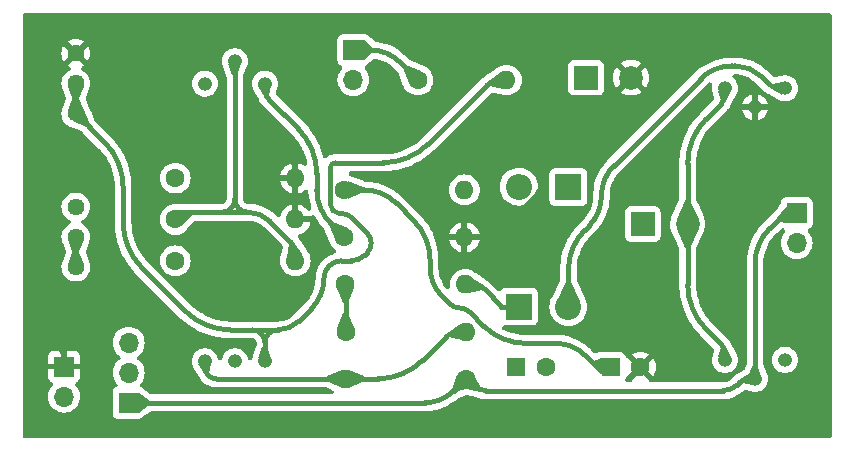
<source format=gbr>
%TF.GenerationSoftware,KiCad,Pcbnew,8.0.0*%
%TF.CreationDate,2024-03-19T09:41:03+03:00*%
%TF.ProjectId,germanium-amp,6765726d-616e-4697-956d-2d616d702e6b,rev?*%
%TF.SameCoordinates,Original*%
%TF.FileFunction,Copper,L2,Bot*%
%TF.FilePolarity,Positive*%
%FSLAX46Y46*%
G04 Gerber Fmt 4.6, Leading zero omitted, Abs format (unit mm)*
G04 Created by KiCad (PCBNEW 8.0.0) date 2024-03-19 09:41:03*
%MOMM*%
%LPD*%
G01*
G04 APERTURE LIST*
%TA.AperFunction,ComponentPad*%
%ADD10C,1.600000*%
%TD*%
%TA.AperFunction,ComponentPad*%
%ADD11O,1.600000X1.600000*%
%TD*%
%TA.AperFunction,ComponentPad*%
%ADD12C,1.440000*%
%TD*%
%TA.AperFunction,ComponentPad*%
%ADD13R,2.000000X2.000000*%
%TD*%
%TA.AperFunction,ComponentPad*%
%ADD14C,2.000000*%
%TD*%
%TA.AperFunction,ComponentPad*%
%ADD15O,1.200000X1.200000*%
%TD*%
%TA.AperFunction,ComponentPad*%
%ADD16R,1.700000X1.700000*%
%TD*%
%TA.AperFunction,ComponentPad*%
%ADD17O,1.700000X1.700000*%
%TD*%
%TA.AperFunction,ComponentPad*%
%ADD18R,2.200000X2.200000*%
%TD*%
%TA.AperFunction,ComponentPad*%
%ADD19O,2.200000X2.200000*%
%TD*%
%TA.AperFunction,ComponentPad*%
%ADD20R,1.600000X1.600000*%
%TD*%
%TA.AperFunction,Conductor*%
%ADD21C,0.400000*%
%TD*%
G04 APERTURE END LIST*
D10*
%TO.P,C1,1*%
%TO.N,Net-(J4-Pin_1)*%
X77950000Y-46200000D03*
D11*
%TO.P,C1,2*%
%TO.N,Net-(Q1-B)*%
X85450000Y-46200000D03*
%TD*%
D12*
%TO.P,UIn1,1,1*%
%TO.N,-12V*%
X49000000Y-43950000D03*
%TO.P,UIn1,2,2*%
%TO.N,Net-(Q1-B)*%
X49000000Y-46490000D03*
%TO.P,UIn1,3,3*%
X49000000Y-49030000D03*
%TD*%
D13*
%TO.P,C2,1*%
%TO.N,Out -*%
X92200000Y-46000000D03*
D14*
%TO.P,C2,2*%
%TO.N,-12V*%
X96000000Y-46000000D03*
%TD*%
D15*
%TO.P,Q3,1,E*%
%TO.N,Uh2*%
X103960000Y-46900000D03*
%TO.P,Q3,2,C*%
%TO.N,-12V*%
X106500000Y-48500000D03*
%TO.P,Q3,3,B*%
%TO.N,Net-(D1-K)*%
X109040000Y-46900000D03*
%TD*%
D10*
%TO.P,R4,1*%
%TO.N,Net-(Q2-B)*%
X57420000Y-58000000D03*
D11*
%TO.P,R4,2*%
%TO.N,-12V*%
X67580000Y-58000000D03*
%TD*%
D12*
%TO.P,Uout1,1,1*%
%TO.N,Net-(D1-K)*%
X49000000Y-56950000D03*
%TO.P,Uout1,2,2*%
%TO.N,Net-(R6-Pad2)*%
X49000000Y-59490000D03*
%TO.P,Uout1,3,3*%
X49000000Y-62030000D03*
%TD*%
D16*
%TO.P,J1,1,Pin_1*%
%TO.N,Out -*%
X110025000Y-57460000D03*
D17*
%TO.P,J1,2,Pin_2*%
%TO.N,Out +*%
X110025000Y-60000000D03*
%TD*%
D10*
%TO.P,R6,1*%
%TO.N,Net-(C4-Pad1)*%
X71740000Y-55500000D03*
D11*
%TO.P,R6,2*%
%TO.N,Net-(R6-Pad2)*%
X81900000Y-55500000D03*
%TD*%
D10*
%TO.P,R3,1*%
%TO.N,Uh1*%
X57420000Y-54500000D03*
D11*
%TO.P,R3,2*%
%TO.N,-12V*%
X67580000Y-54500000D03*
%TD*%
D18*
%TO.P,D2,1,A*%
%TO.N,Net-(D2-A)*%
X86500000Y-65380000D03*
D19*
%TO.P,D2,2,K*%
%TO.N,Net-(D1-A)*%
X86500000Y-55220000D03*
%TD*%
D15*
%TO.P,Q2,1,C*%
%TO.N,Net-(D1-K)*%
X59920000Y-46500000D03*
%TO.P,Q2,2,B*%
%TO.N,Net-(Q2-B)*%
X62460000Y-44600000D03*
%TO.P,Q2,3,E*%
%TO.N,Net-(Q2-E)*%
X65000000Y-46500000D03*
%TD*%
%TO.P,Q4,1,E*%
%TO.N,Uh2*%
X103960000Y-69900000D03*
%TO.P,Q4,2,C*%
%TO.N,Out -*%
X106500000Y-71500000D03*
%TO.P,Q4,3,B*%
%TO.N,Net-(D2-A)*%
X109040000Y-69900000D03*
%TD*%
D20*
%TO.P,C4,1*%
%TO.N,Net-(C4-Pad1)*%
X94294900Y-70500000D03*
D10*
%TO.P,C4,2*%
%TO.N,-12V*%
X96794900Y-70500000D03*
%TD*%
D16*
%TO.P,J2,1,Pin_1*%
%TO.N,Out -*%
X53475000Y-73525000D03*
D17*
%TO.P,J2,2,Pin_2*%
%TO.N,Uh2*%
X53475000Y-70985000D03*
%TO.P,J2,3,Pin_3*%
%TO.N,Uh1*%
X53475000Y-68445000D03*
%TD*%
D10*
%TO.P,R8,1*%
%TO.N,Out +*%
X71820000Y-63500000D03*
D11*
%TO.P,R8,2*%
%TO.N,Net-(D2-A)*%
X81980000Y-63500000D03*
%TD*%
D16*
%TO.P,J4,1,Pin_1*%
%TO.N,Net-(J4-Pin_1)*%
X72500000Y-43660000D03*
D17*
%TO.P,J4,2,Pin_2*%
%TO.N,Out -*%
X72500000Y-46200000D03*
%TD*%
D10*
%TO.P,R7,1*%
%TO.N,Net-(Q2-E)*%
X71740000Y-59500000D03*
D11*
%TO.P,R7,2*%
%TO.N,-12V*%
X81900000Y-59500000D03*
%TD*%
D13*
%TO.P,C5,1*%
%TO.N,Out +*%
X97000000Y-58400000D03*
D14*
%TO.P,C5,2*%
%TO.N,Uh2*%
X100800000Y-58400000D03*
%TD*%
D15*
%TO.P,Q1,1,E*%
%TO.N,Net-(Q1-E)*%
X59920000Y-70000000D03*
%TO.P,Q1,2,C*%
%TO.N,Uh1*%
X62460000Y-70000000D03*
%TO.P,Q1,3,B*%
%TO.N,Net-(Q1-B)*%
X65000000Y-70000000D03*
%TD*%
D18*
%TO.P,D1,1,A*%
%TO.N,Net-(D1-A)*%
X90700000Y-55240000D03*
D19*
%TO.P,D1,2,K*%
%TO.N,Net-(D1-K)*%
X90700000Y-65400000D03*
%TD*%
D10*
%TO.P,R5,1*%
%TO.N,Net-(C4-Pad1)*%
X57420000Y-61500000D03*
D11*
%TO.P,R5,2*%
%TO.N,Net-(Q2-B)*%
X67580000Y-61500000D03*
%TD*%
D16*
%TO.P,J3,1,Pin_1*%
%TO.N,-12V*%
X48000000Y-70460000D03*
D17*
%TO.P,J3,2,Pin_2*%
%TO.N,Out -*%
X48000000Y-73000000D03*
%TD*%
D10*
%TO.P,R2,1*%
%TO.N,Out -*%
X82000000Y-71500000D03*
D11*
%TO.P,R2,2*%
%TO.N,Net-(Q1-E)*%
X71840000Y-71500000D03*
%TD*%
D20*
%TO.P,C3,1*%
%TO.N,Uh1*%
X86294900Y-70500000D03*
D10*
%TO.P,C3,2*%
%TO.N,Net-(Q2-B)*%
X88794900Y-70500000D03*
%TD*%
%TO.P,R9,1*%
%TO.N,Out +*%
X71840000Y-67500000D03*
D11*
%TO.P,R9,2*%
%TO.N,Net-(Q1-E)*%
X82000000Y-67500000D03*
%TD*%
D21*
%TO.N,Net-(Q1-B)*%
X84849050Y-46200000D02*
X85450000Y-46200000D01*
X73499999Y-60999999D02*
X73646446Y-60853553D01*
X83823164Y-46624935D02*
X78836992Y-51611107D01*
X63928000Y-67356000D02*
X62109963Y-67356000D01*
X63928000Y-67356000D02*
X66072000Y-67356000D01*
X58262207Y-65762207D02*
X54593792Y-62093792D01*
X71500000Y-57500000D02*
X71327531Y-57500000D01*
X49000000Y-49030000D02*
X49000000Y-46490000D01*
X72353553Y-57853553D02*
X73646446Y-59146446D01*
X53000000Y-58246036D02*
X53000000Y-55283963D01*
X71500000Y-61500000D02*
X72292893Y-61500000D01*
X65000000Y-68428000D02*
X65000000Y-70000000D01*
X49000000Y-49030000D02*
X51406207Y-51436207D01*
X74989236Y-53204900D02*
X70977745Y-53204900D01*
X70536800Y-53645845D02*
X70536800Y-56709268D01*
X68939339Y-65560659D02*
X67902018Y-66597981D01*
X73646445Y-59146447D02*
G75*
G02*
X74000001Y-60000000I-853545J-853553D01*
G01*
X84849050Y-46200000D02*
G75*
G03*
X83823144Y-46624915I-50J-1450800D01*
G01*
X51406206Y-51436208D02*
G75*
G02*
X53000010Y-55283963I-3847806J-3847792D01*
G01*
X70768401Y-57268399D02*
G75*
G03*
X71327531Y-57499986I559099J559099D01*
G01*
X74000000Y-60000000D02*
G75*
G02*
X73646445Y-60853552I-1207100J0D01*
G01*
X71500000Y-61500000D02*
G75*
G03*
X70000000Y-63000000I0J-1500000D01*
G01*
X78836992Y-51611107D02*
G75*
G02*
X74989236Y-53204910I-3847792J3847807D01*
G01*
X70665950Y-53334050D02*
G75*
G03*
X70536819Y-53645845I311750J-311750D01*
G01*
X58262208Y-65762206D02*
G75*
G03*
X62109963Y-67356010I3847792J3847806D01*
G01*
X70536800Y-56709268D02*
G75*
G03*
X70768391Y-57268409I790700J-32D01*
G01*
X65000000Y-68428000D02*
G75*
G03*
X63928000Y-67356000I-1072000J0D01*
G01*
X66072000Y-67356000D02*
G75*
G03*
X65000000Y-68428000I0J-1072000D01*
G01*
X72353552Y-57853554D02*
G75*
G03*
X71500000Y-57499999I-853552J-853546D01*
G01*
X67902018Y-66597981D02*
G75*
G02*
X66072000Y-67356010I-1830018J1829981D01*
G01*
X73499998Y-60999998D02*
G75*
G02*
X72292893Y-61499995I-1207098J1207098D01*
G01*
X70000000Y-63000000D02*
G75*
G02*
X68939336Y-65560656I-3621300J0D01*
G01*
X70977745Y-53204900D02*
G75*
G03*
X70665937Y-53334037I-45J-440900D01*
G01*
X53000000Y-58246036D02*
G75*
G03*
X54593790Y-62093794I5441550J-4D01*
G01*
%TO.N,Out -*%
X103790993Y-72500000D02*
X83707106Y-72500000D01*
X108691749Y-57808250D02*
X107770000Y-58730000D01*
X81500000Y-72000000D02*
X80987500Y-72512500D01*
X106500000Y-61796051D02*
X106500000Y-70999050D01*
X78543108Y-73525000D02*
X53475000Y-73525000D01*
X104998099Y-71999999D02*
X105143874Y-71854225D01*
X109532500Y-57460000D02*
X110025000Y-57460000D01*
X107770001Y-58730001D02*
G75*
G03*
X106500022Y-61796051I3065999J-3065999D01*
G01*
X104998098Y-71999998D02*
G75*
G02*
X103790993Y-72499995I-1207098J1207098D01*
G01*
X82500000Y-72000000D02*
G75*
G03*
X81500000Y-72000000I-500000J-499999D01*
G01*
X106500000Y-70999050D02*
G75*
G02*
X105999050Y-71500000I-501000J50D01*
G01*
X82500000Y-72000000D02*
G75*
G03*
X83707106Y-72499997I1207100J1207100D01*
G01*
X109532500Y-57460000D02*
G75*
G03*
X108691750Y-57808251I0J-1189000D01*
G01*
X80987500Y-72512500D02*
G75*
G02*
X78543108Y-73525003I-2444400J2444400D01*
G01*
X105999050Y-71500000D02*
G75*
G03*
X105143850Y-71854201I-50J-1209400D01*
G01*
%TO.N,-12V*%
X67580000Y-55100950D02*
X67580000Y-58000000D01*
X84108299Y-59737399D02*
X88118546Y-55727153D01*
X64837098Y-50555198D02*
X67155064Y-52873164D01*
X87616116Y-62616116D02*
X85365087Y-60365087D01*
X50621751Y-43000000D02*
X62292893Y-43000000D01*
X48000000Y-44950000D02*
X49000000Y-43950000D01*
X47000000Y-67500993D02*
X47000000Y-47364213D01*
X64000000Y-44646446D02*
X64000000Y-44500000D01*
X49475000Y-43475000D02*
X49000000Y-43950000D01*
X63500000Y-43500000D02*
X63646446Y-43646446D01*
X48000000Y-69834050D02*
X48000000Y-70460000D01*
X91844950Y-67447500D02*
X90971037Y-67447500D01*
X95084099Y-68789199D02*
X96794900Y-70500000D01*
X88500000Y-64976462D02*
X88500000Y-64750000D01*
X83060365Y-59500000D02*
X81900000Y-59500000D01*
X67580000Y-53899050D02*
X67580000Y-55100950D01*
X64000000Y-48534264D02*
X64000000Y-47703981D01*
X47500000Y-68708100D02*
X47557386Y-68765486D01*
X63500000Y-46496874D02*
X63500000Y-45853553D01*
X89423653Y-52576346D02*
X96000000Y-46000000D01*
X84206634Y-59974800D02*
X84422850Y-59974800D01*
X63750001Y-45250001D02*
G75*
G03*
X63500023Y-45853553I603499J-603499D01*
G01*
X87616116Y-62616116D02*
G75*
G02*
X88499990Y-64750000I-2133916J-2133884D01*
G01*
X83633500Y-59737400D02*
G75*
G03*
X84108300Y-59737400I237400J237400D01*
G01*
X63646445Y-43646447D02*
G75*
G02*
X64000001Y-44500000I-853545J-853553D01*
G01*
X63750000Y-47100428D02*
G75*
G02*
X63999999Y-47703981I-603600J-603572D01*
G01*
X63500000Y-46496874D02*
G75*
G03*
X63749998Y-47100430I853500J-26D01*
G01*
X84206634Y-59974800D02*
G75*
G02*
X83633490Y-59737410I-34J810500D01*
G01*
X95084099Y-68789199D02*
G75*
G03*
X91844950Y-67447521I-3239099J-3239101D01*
G01*
X89423653Y-52576346D02*
G75*
G03*
X88771118Y-54151750I1575347J-1575354D01*
G01*
X85365087Y-60365087D02*
G75*
G03*
X84422850Y-59974828I-942187J-942213D01*
G01*
X64000000Y-44646446D02*
G75*
G02*
X63749986Y-45249986I-853600J46D01*
G01*
X47000000Y-67500993D02*
G75*
G03*
X47499998Y-68708102I1707100J-7D01*
G01*
X64000000Y-48534264D02*
G75*
G03*
X64837087Y-50555209I2858000J-36D01*
G01*
X47557386Y-68765486D02*
G75*
G02*
X48000028Y-69834050I-1068586J-1068614D01*
G01*
X48000000Y-44950000D02*
G75*
G03*
X47000006Y-47364213I2414200J-2414200D01*
G01*
X84108299Y-59737399D02*
G75*
G03*
X84206634Y-59974718I98301J-98301D01*
G01*
X63500000Y-43500000D02*
G75*
G03*
X62292893Y-43000003I-1207100J-1207100D01*
G01*
X83633499Y-59737401D02*
G75*
G03*
X83060365Y-59500015I-573099J-573099D01*
G01*
X50621751Y-43000000D02*
G75*
G03*
X49474985Y-43474985I-51J-1621700D01*
G01*
X88771100Y-54151750D02*
G75*
G02*
X88118530Y-55727137I-2228000J50D01*
G01*
X88500000Y-64976462D02*
G75*
G03*
X89223739Y-66723761I2471000J-38D01*
G01*
X67155064Y-52873164D02*
G75*
G02*
X67580041Y-53899050I-1025864J-1025936D01*
G01*
X89223750Y-66723750D02*
G75*
G03*
X90971037Y-67447484I1747250J1747250D01*
G01*
%TO.N,Net-(Q2-B)*%
X67580000Y-60899050D02*
X67580000Y-61500000D01*
X57720500Y-57699500D02*
X57420000Y-58000000D01*
X61349550Y-57399000D02*
X58445971Y-57399000D01*
X65466106Y-58184206D02*
X67155064Y-59873164D01*
X62460000Y-56288550D02*
X62460000Y-44600000D01*
X63570450Y-57399000D02*
X61349550Y-57399000D01*
X61349550Y-57399000D02*
G75*
G03*
X62460000Y-56288550I-50J1110500D01*
G01*
X62460000Y-56288550D02*
G75*
G03*
X63570450Y-57399000I1110500J50D01*
G01*
X58445971Y-57399000D02*
G75*
G03*
X57720508Y-57699508I29J-1026000D01*
G01*
X65466105Y-58184207D02*
G75*
G03*
X63570450Y-57399047I-1895605J-1895693D01*
G01*
X67155064Y-59873164D02*
G75*
G02*
X67580041Y-60899050I-1025864J-1025936D01*
G01*
%TO.N,Net-(C4-Pad1)*%
X87121320Y-68500000D02*
X89678786Y-68500000D01*
X79000000Y-61500000D02*
X79000000Y-62085786D01*
X77585786Y-58085786D02*
X76152584Y-56652584D01*
X80000000Y-64500000D02*
X80646446Y-65146446D01*
X93693950Y-70500000D02*
X94294900Y-70500000D01*
X73370000Y-55500000D02*
X71740000Y-55500000D01*
X92093000Y-69500000D02*
X92668064Y-70075064D01*
X83500000Y-67000000D02*
X82353553Y-65853553D01*
X92093000Y-69500000D02*
G75*
G03*
X89678786Y-68500006I-2414200J-2414200D01*
G01*
X77585785Y-58085787D02*
G75*
G02*
X79000007Y-61500000I-3414185J-3414213D01*
G01*
X76152584Y-56652584D02*
G75*
G03*
X73370000Y-55500010I-2782584J-2782616D01*
G01*
X79000000Y-62085786D02*
G75*
G03*
X79999996Y-64500004I3414200J-14D01*
G01*
X80646447Y-65146445D02*
G75*
G03*
X81500000Y-65500001I853553J853545D01*
G01*
X92668064Y-70075064D02*
G75*
G03*
X93693950Y-70500041I1025936J1025864D01*
G01*
X82353552Y-65853554D02*
G75*
G03*
X81500000Y-65499999I-853552J-853546D01*
G01*
X83500000Y-67000000D02*
G75*
G03*
X87121320Y-68499991I3621300J3621300D01*
G01*
%TO.N,Out +*%
X71840000Y-63534142D02*
X71840000Y-67500000D01*
X71830000Y-63510000D02*
X71820000Y-63500000D01*
X71830000Y-63510000D02*
G75*
G02*
X71839982Y-63534142I-24100J-24100D01*
G01*
%TO.N,Uh2*%
X102379999Y-49481899D02*
X103605774Y-48256125D01*
X103960000Y-69399050D02*
X103960000Y-69900000D01*
X103605774Y-68543874D02*
X102380000Y-67318100D01*
X100800000Y-58400000D02*
X100800000Y-53296357D01*
X100800000Y-58400000D02*
X100800000Y-63503642D01*
X103960000Y-47400950D02*
X103960000Y-46900000D01*
X103960000Y-47400950D02*
G75*
G02*
X103605749Y-48256100I-1209400J50D01*
G01*
X102379999Y-49481899D02*
G75*
G03*
X100799981Y-53296357I3814501J-3814501D01*
G01*
X100800000Y-63503642D02*
G75*
G03*
X102380012Y-67318088I5394500J42D01*
G01*
X103605774Y-68543874D02*
G75*
G02*
X103960035Y-69399050I-855174J-855226D01*
G01*
%TO.N,Net-(D1-K)*%
X107088100Y-45950000D02*
X107683874Y-46545774D01*
X90700000Y-62279898D02*
X90700000Y-65400000D01*
X104794597Y-45000000D02*
X104569050Y-45000000D01*
X108539050Y-46900000D02*
X109040000Y-46900000D01*
X94560660Y-53439339D02*
X101890514Y-46109485D01*
X92439339Y-58560660D02*
X92100000Y-58900000D01*
X93500000Y-56000000D02*
G75*
G02*
X92439335Y-58560656I-3621300J0D01*
G01*
X107088099Y-45950001D02*
G75*
G03*
X104794597Y-45000002I-2293499J-2293499D01*
G01*
X107683874Y-46545774D02*
G75*
G03*
X108539050Y-46900035I855226J855174D01*
G01*
X92100000Y-58900000D02*
G75*
G03*
X90700000Y-62279898I3379900J-3379900D01*
G01*
X94560660Y-53439339D02*
G75*
G03*
X93499994Y-56000000I2560640J-2560661D01*
G01*
X104569050Y-45000000D02*
G75*
G03*
X101890494Y-46109465I-50J-3788000D01*
G01*
%TO.N,Net-(D2-A)*%
X84975543Y-65293643D02*
X83606835Y-63924935D01*
X82580950Y-63500000D02*
X81980000Y-63500000D01*
X85030000Y-65380000D02*
X86500000Y-65380000D01*
X83606834Y-63924936D02*
G75*
G03*
X82580950Y-63500030I-1025834J-1025864D01*
G01*
X84975542Y-65293644D02*
G75*
G02*
X84998103Y-65348100I-54442J-54456D01*
G01*
X84998100Y-65348100D02*
G75*
G03*
X85030000Y-65380000I31900J0D01*
G01*
%TO.N,Net-(Q1-E)*%
X78391892Y-69906207D02*
X80373164Y-67924935D01*
X71840000Y-71500000D02*
X74544136Y-71500000D01*
X81399050Y-67500000D02*
X82000000Y-67500000D01*
X71840000Y-71500000D02*
X60910121Y-71500000D01*
X59920000Y-70509878D02*
X59920000Y-70000000D01*
X81399050Y-67500000D02*
G75*
G03*
X80373144Y-67924915I-50J-1450800D01*
G01*
X60210001Y-71209999D02*
G75*
G03*
X60910121Y-71499990I700099J700099D01*
G01*
X78391892Y-69906207D02*
G75*
G02*
X74544136Y-71500010I-3847792J3847807D01*
G01*
X59920000Y-70509878D02*
G75*
G03*
X60209994Y-71210006I990100J-22D01*
G01*
%TO.N,Net-(Q2-E)*%
X69396400Y-54152263D02*
X69396400Y-55499224D01*
X67802607Y-50304507D02*
X65354225Y-47856125D01*
X70568200Y-58328200D02*
X71740000Y-59500000D01*
X65000000Y-47000950D02*
X65000000Y-46500000D01*
X67802606Y-50304508D02*
G75*
G02*
X69396410Y-54152263I-3847806J-3847792D01*
G01*
X69396400Y-55499224D02*
G75*
G03*
X70568207Y-58328193I4000800J24D01*
G01*
X65000000Y-47000950D02*
G75*
G03*
X65354250Y-47856100I1209400J50D01*
G01*
%TO.N,Net-(R6-Pad2)*%
X49000000Y-62030000D02*
X49000000Y-59490000D01*
%TO.N,Net-(J4-Pin_1)*%
X76438840Y-44688840D02*
X77950000Y-46200000D01*
X73955000Y-43660000D02*
X72500000Y-43660000D01*
X76438840Y-44688840D02*
G75*
G03*
X73955000Y-43660006I-2483840J-2483860D01*
G01*
%TD*%
%TA.AperFunction,Conductor*%
%TO.N,-12V*%
G36*
X96394900Y-70552661D02*
G01*
X96422159Y-70654394D01*
X96474820Y-70745606D01*
X96549294Y-70820080D01*
X96640506Y-70872741D01*
X96742239Y-70900000D01*
X96748453Y-70900000D01*
X96069426Y-71579024D01*
X96069788Y-71583158D01*
X96057680Y-71670890D01*
X96008706Y-71744680D01*
X95932565Y-71789914D01*
X95871545Y-71799500D01*
X95729391Y-71799500D01*
X95643048Y-71779793D01*
X95573807Y-71724574D01*
X95535380Y-71644782D01*
X95535380Y-71556218D01*
X95542938Y-71530958D01*
X95548932Y-71514884D01*
X95588991Y-71407483D01*
X95588991Y-71407475D01*
X95591855Y-71395364D01*
X95593648Y-71395787D01*
X95617521Y-71326414D01*
X95651376Y-71292206D01*
X95650258Y-71291088D01*
X96394900Y-70546446D01*
X96394900Y-70552661D01*
G37*
%TD.AperFunction*%
%TA.AperFunction,Conductor*%
G36*
X112887343Y-40519707D02*
G01*
X112956584Y-40574926D01*
X112995011Y-40654718D01*
X113000000Y-40699000D01*
X113000000Y-76301000D01*
X112980293Y-76387343D01*
X112925074Y-76456584D01*
X112845282Y-76495011D01*
X112801000Y-76500000D01*
X44699000Y-76500000D01*
X44612657Y-76480293D01*
X44543416Y-76425074D01*
X44504989Y-76345282D01*
X44500000Y-76301000D01*
X44500000Y-73000000D01*
X46644341Y-73000000D01*
X46661882Y-73200495D01*
X46664938Y-73235414D01*
X46726095Y-73463659D01*
X46726095Y-73463660D01*
X46825964Y-73677829D01*
X46825966Y-73677833D01*
X46961506Y-73871403D01*
X47128596Y-74038493D01*
X47322166Y-74174033D01*
X47322170Y-74174035D01*
X47536339Y-74273904D01*
X47716344Y-74322135D01*
X47764592Y-74335063D01*
X48000000Y-74355659D01*
X48235408Y-74335063D01*
X48463659Y-74273904D01*
X48463660Y-74273904D01*
X48463660Y-74273903D01*
X48463663Y-74273903D01*
X48677830Y-74174035D01*
X48871401Y-74038495D01*
X49038495Y-73871401D01*
X49174035Y-73677830D01*
X49273903Y-73463663D01*
X49335063Y-73235408D01*
X49355659Y-73000000D01*
X49335063Y-72764592D01*
X49318430Y-72702517D01*
X49273905Y-72536342D01*
X49273903Y-72536337D01*
X49174035Y-72322171D01*
X49038495Y-72128599D01*
X48998700Y-72088804D01*
X48951583Y-72013814D01*
X48941668Y-71925808D01*
X48970919Y-71842215D01*
X49033543Y-71779592D01*
X49069878Y-71761636D01*
X49092091Y-71753351D01*
X49207189Y-71667189D01*
X49293352Y-71552090D01*
X49293353Y-71552087D01*
X49343596Y-71417381D01*
X49343598Y-71417372D01*
X49350000Y-71357822D01*
X49350000Y-70710000D01*
X48433012Y-70710000D01*
X48465925Y-70652993D01*
X48500000Y-70525826D01*
X48500000Y-70394174D01*
X48465925Y-70267007D01*
X48433012Y-70210000D01*
X49350000Y-70210000D01*
X49350000Y-69562177D01*
X49343598Y-69502627D01*
X49343596Y-69502618D01*
X49293353Y-69367912D01*
X49293352Y-69367909D01*
X49207189Y-69252810D01*
X49092090Y-69166647D01*
X49092087Y-69166646D01*
X48957381Y-69116403D01*
X48957372Y-69116401D01*
X48897823Y-69110000D01*
X48250000Y-69110000D01*
X48250000Y-70026988D01*
X48192993Y-69994075D01*
X48065826Y-69960000D01*
X47934174Y-69960000D01*
X47807007Y-69994075D01*
X47750000Y-70026988D01*
X47750000Y-69110000D01*
X47102177Y-69110000D01*
X47042627Y-69116401D01*
X47042618Y-69116403D01*
X46907912Y-69166646D01*
X46907909Y-69166647D01*
X46792810Y-69252810D01*
X46706647Y-69367909D01*
X46706646Y-69367912D01*
X46656403Y-69502618D01*
X46656401Y-69502627D01*
X46650000Y-69562177D01*
X46650000Y-70210000D01*
X47566988Y-70210000D01*
X47534075Y-70267007D01*
X47500000Y-70394174D01*
X47500000Y-70525826D01*
X47534075Y-70652993D01*
X47566988Y-70710000D01*
X46650000Y-70710000D01*
X46650000Y-71357822D01*
X46656401Y-71417372D01*
X46656403Y-71417381D01*
X46706646Y-71552087D01*
X46706647Y-71552090D01*
X46792810Y-71667189D01*
X46907909Y-71753352D01*
X46930127Y-71761639D01*
X47004139Y-71810278D01*
X47049718Y-71886212D01*
X47057836Y-71974403D01*
X47026886Y-72057382D01*
X47001299Y-72088805D01*
X46961501Y-72128603D01*
X46825965Y-72322171D01*
X46726094Y-72536342D01*
X46664938Y-72764585D01*
X46664937Y-72764589D01*
X46664937Y-72764592D01*
X46644341Y-73000000D01*
X44500000Y-73000000D01*
X44500000Y-62030000D01*
X47774838Y-62030000D01*
X47793451Y-62242748D01*
X47793453Y-62242759D01*
X47848721Y-62449024D01*
X47848724Y-62449030D01*
X47938979Y-62642581D01*
X47979449Y-62700378D01*
X48053032Y-62805468D01*
X48061471Y-62817519D01*
X48212481Y-62968529D01*
X48387419Y-63091021D01*
X48580970Y-63181276D01*
X48580971Y-63181276D01*
X48580975Y-63181278D01*
X48787240Y-63236546D01*
X48787245Y-63236547D01*
X48787253Y-63236549D01*
X49000000Y-63255162D01*
X49212747Y-63236549D01*
X49212756Y-63236546D01*
X49212759Y-63236546D01*
X49419024Y-63181278D01*
X49419025Y-63181277D01*
X49419030Y-63181276D01*
X49612581Y-63091021D01*
X49787519Y-62968529D01*
X49938529Y-62817519D01*
X50061021Y-62642581D01*
X50151276Y-62449030D01*
X50155125Y-62434668D01*
X50206546Y-62242759D01*
X50206546Y-62242756D01*
X50206549Y-62242747D01*
X50225162Y-62030000D01*
X50206549Y-61817253D01*
X50206546Y-61817240D01*
X50151278Y-61610975D01*
X50143687Y-61594696D01*
X50132581Y-61562974D01*
X50132501Y-61563000D01*
X50131592Y-61560150D01*
X50130615Y-61557359D01*
X50130341Y-61556228D01*
X50130341Y-61556227D01*
X50130340Y-61556222D01*
X49841748Y-60833821D01*
X49828018Y-60746332D01*
X49841749Y-60686175D01*
X50130340Y-59963777D01*
X50139616Y-59936690D01*
X50147521Y-59917080D01*
X50151276Y-59909030D01*
X50206549Y-59702747D01*
X50225162Y-59490000D01*
X50206549Y-59277253D01*
X50206546Y-59277240D01*
X50151278Y-59070975D01*
X50151276Y-59070970D01*
X50061021Y-58877419D01*
X49944672Y-58711254D01*
X49938532Y-58702485D01*
X49938531Y-58702483D01*
X49938529Y-58702481D01*
X49787519Y-58551471D01*
X49787516Y-58551469D01*
X49787514Y-58551467D01*
X49612578Y-58428977D01*
X49551197Y-58400355D01*
X49481272Y-58346004D01*
X49441854Y-58266697D01*
X49440750Y-58178140D01*
X49478179Y-58097875D01*
X49546727Y-58041798D01*
X49551197Y-58039645D01*
X49612581Y-58011021D01*
X49787519Y-57888529D01*
X49938529Y-57737519D01*
X50061021Y-57562581D01*
X50151276Y-57369030D01*
X50153532Y-57360613D01*
X50206546Y-57162759D01*
X50206546Y-57162756D01*
X50206549Y-57162747D01*
X50225162Y-56950000D01*
X50206549Y-56737253D01*
X50205313Y-56732640D01*
X50151278Y-56530975D01*
X50151276Y-56530970D01*
X50061021Y-56337419D01*
X49938529Y-56162481D01*
X49787519Y-56011471D01*
X49787516Y-56011469D01*
X49787514Y-56011467D01*
X49658416Y-55921073D01*
X49612581Y-55888979D01*
X49446010Y-55811305D01*
X49419024Y-55798721D01*
X49212759Y-55743453D01*
X49212748Y-55743451D01*
X49000000Y-55724838D01*
X48787251Y-55743451D01*
X48787240Y-55743453D01*
X48580975Y-55798721D01*
X48387419Y-55888979D01*
X48212485Y-56011467D01*
X48212477Y-56011474D01*
X48061474Y-56162477D01*
X48061467Y-56162485D01*
X47938979Y-56337419D01*
X47848721Y-56530975D01*
X47793453Y-56737240D01*
X47793451Y-56737251D01*
X47774838Y-56950000D01*
X47793451Y-57162748D01*
X47793453Y-57162759D01*
X47848721Y-57369024D01*
X47848724Y-57369030D01*
X47938979Y-57562581D01*
X47981692Y-57623582D01*
X48027381Y-57688834D01*
X48061471Y-57737519D01*
X48212481Y-57888529D01*
X48387419Y-58011021D01*
X48448803Y-58039645D01*
X48518727Y-58093996D01*
X48558145Y-58173304D01*
X48559248Y-58261861D01*
X48521819Y-58342126D01*
X48453271Y-58398203D01*
X48448803Y-58400355D01*
X48387419Y-58428979D01*
X48212485Y-58551467D01*
X48212477Y-58551474D01*
X48061474Y-58702477D01*
X48061467Y-58702485D01*
X47938979Y-58877419D01*
X47848721Y-59070975D01*
X47793453Y-59277240D01*
X47793451Y-59277251D01*
X47774838Y-59490000D01*
X47793451Y-59702748D01*
X47793453Y-59702759D01*
X47848721Y-59909024D01*
X47856313Y-59925304D01*
X47867427Y-59957042D01*
X47867505Y-59957018D01*
X47868386Y-59959782D01*
X47869379Y-59962619D01*
X47869660Y-59963778D01*
X47869661Y-59963780D01*
X47869665Y-59963794D01*
X48158249Y-60686175D01*
X48171980Y-60773667D01*
X48158249Y-60833825D01*
X47869662Y-61556216D01*
X47869657Y-61556227D01*
X47860375Y-61583325D01*
X47852474Y-61602926D01*
X47848722Y-61610971D01*
X47793453Y-61817240D01*
X47793451Y-61817251D01*
X47774838Y-62030000D01*
X44500000Y-62030000D01*
X44500000Y-49030000D01*
X47774838Y-49030000D01*
X47793451Y-49242748D01*
X47793453Y-49242759D01*
X47848721Y-49449024D01*
X47848724Y-49449030D01*
X47938979Y-49642581D01*
X48061471Y-49817519D01*
X48212481Y-49968529D01*
X48212483Y-49968531D01*
X48212485Y-49968532D01*
X48251228Y-49995659D01*
X48387419Y-50091021D01*
X48387421Y-50091022D01*
X48387424Y-50091024D01*
X48442945Y-50116913D01*
X48497246Y-50142234D01*
X48516829Y-50152735D01*
X48535740Y-50164282D01*
X48535744Y-50164283D01*
X48535746Y-50164285D01*
X49056411Y-50387697D01*
X49565331Y-50606071D01*
X49627574Y-50648231D01*
X50908097Y-51928754D01*
X50913513Y-51934387D01*
X50980617Y-52006980D01*
X51128139Y-52166569D01*
X51158259Y-52199152D01*
X51168402Y-52211027D01*
X51296413Y-52373408D01*
X51389204Y-52491113D01*
X51398388Y-52503755D01*
X51596507Y-52800261D01*
X51604672Y-52813583D01*
X51618743Y-52838708D01*
X51753134Y-53078681D01*
X51778939Y-53124758D01*
X51786032Y-53138680D01*
X51935334Y-53462540D01*
X51941314Y-53476976D01*
X52064755Y-53811573D01*
X52069583Y-53826434D01*
X52166384Y-54169659D01*
X52170032Y-54184852D01*
X52239610Y-54534639D01*
X52242054Y-54550072D01*
X52283972Y-54904212D01*
X52285199Y-54919789D01*
X52299347Y-55279819D01*
X52299500Y-55287633D01*
X52299500Y-58069989D01*
X52299490Y-58070032D01*
X52299490Y-58465361D01*
X52330787Y-58902974D01*
X52393221Y-59337213D01*
X52393228Y-59337254D01*
X52486481Y-59765934D01*
X52486485Y-59765948D01*
X52603489Y-60164428D01*
X52610090Y-60186907D01*
X52610090Y-60186909D01*
X52763409Y-60597975D01*
X52945668Y-60997067D01*
X53155926Y-61382126D01*
X53393124Y-61751214D01*
X53656048Y-62102440D01*
X53656049Y-62102441D01*
X53943341Y-62433995D01*
X53943358Y-62434013D01*
X54043853Y-62534508D01*
X54043878Y-62534535D01*
X57822865Y-66313522D01*
X57823038Y-66313678D01*
X57921996Y-66412636D01*
X57922014Y-66412653D01*
X58253564Y-66699942D01*
X58253565Y-66699943D01*
X58253568Y-66699945D01*
X58253569Y-66699946D01*
X58604787Y-66962865D01*
X58973867Y-67200058D01*
X59358928Y-67410318D01*
X59758007Y-67592573D01*
X60169072Y-67745893D01*
X60294352Y-67782679D01*
X60590025Y-67869498D01*
X60590027Y-67869498D01*
X61018726Y-67962758D01*
X61018748Y-67962761D01*
X61018753Y-67962762D01*
X61181743Y-67986197D01*
X61452973Y-68025195D01*
X61452975Y-68025195D01*
X61452987Y-68025197D01*
X61890595Y-68056499D01*
X62017796Y-68056499D01*
X62017804Y-68056500D01*
X62040970Y-68056500D01*
X62109958Y-68056500D01*
X62188886Y-68056500D01*
X63849073Y-68056500D01*
X63914959Y-68056500D01*
X63940934Y-68058203D01*
X63998175Y-68065739D01*
X64048350Y-68079182D01*
X64089549Y-68096247D01*
X64134534Y-68122220D01*
X64169905Y-68149361D01*
X64206638Y-68186094D01*
X64233777Y-68221462D01*
X64259752Y-68266451D01*
X64276815Y-68307644D01*
X64290260Y-68357821D01*
X64297797Y-68415062D01*
X64299500Y-68441040D01*
X64299500Y-68661709D01*
X64287428Y-68729964D01*
X63973226Y-69590461D01*
X63973210Y-69590455D01*
X63971248Y-69596024D01*
X63969418Y-69600747D01*
X63963986Y-69619838D01*
X63962258Y-69625579D01*
X63961087Y-69629265D01*
X63959457Y-69635754D01*
X63921402Y-69769502D01*
X63878818Y-69847156D01*
X63806759Y-69898643D01*
X63719496Y-69913766D01*
X63634314Y-69889529D01*
X63568083Y-69830733D01*
X63538597Y-69769505D01*
X63490582Y-69600750D01*
X63399673Y-69418179D01*
X63399671Y-69418177D01*
X63399670Y-69418174D01*
X63308101Y-69296918D01*
X63276764Y-69255421D01*
X63276762Y-69255419D01*
X63276758Y-69255414D01*
X63126042Y-69118020D01*
X63126037Y-69118016D01*
X62952639Y-69010652D01*
X62952636Y-69010651D01*
X62762460Y-68936977D01*
X62762457Y-68936976D01*
X62762456Y-68936976D01*
X62561976Y-68899500D01*
X62358024Y-68899500D01*
X62157544Y-68936976D01*
X62157542Y-68936976D01*
X62157540Y-68936977D01*
X62157538Y-68936977D01*
X61967363Y-69010651D01*
X61967360Y-69010652D01*
X61793962Y-69118016D01*
X61793957Y-69118020D01*
X61643241Y-69255414D01*
X61643233Y-69255424D01*
X61520329Y-69418174D01*
X61431005Y-69597563D01*
X61429418Y-69600750D01*
X61421821Y-69627450D01*
X61381403Y-69769503D01*
X61338819Y-69847156D01*
X61266759Y-69898643D01*
X61179497Y-69913766D01*
X61094314Y-69889529D01*
X61028084Y-69830733D01*
X60998597Y-69769503D01*
X60983089Y-69715000D01*
X60950582Y-69600750D01*
X60859673Y-69418179D01*
X60859671Y-69418177D01*
X60859670Y-69418174D01*
X60768101Y-69296918D01*
X60736764Y-69255421D01*
X60736762Y-69255419D01*
X60736758Y-69255414D01*
X60586042Y-69118020D01*
X60586037Y-69118016D01*
X60412639Y-69010652D01*
X60412636Y-69010651D01*
X60222460Y-68936977D01*
X60222457Y-68936976D01*
X60222456Y-68936976D01*
X60021976Y-68899500D01*
X59818024Y-68899500D01*
X59617544Y-68936976D01*
X59617542Y-68936976D01*
X59617540Y-68936977D01*
X59617538Y-68936977D01*
X59427363Y-69010651D01*
X59427360Y-69010652D01*
X59253962Y-69118016D01*
X59253957Y-69118020D01*
X59103241Y-69255414D01*
X59103233Y-69255424D01*
X58980329Y-69418174D01*
X58891005Y-69597563D01*
X58889418Y-69600750D01*
X58881821Y-69627450D01*
X58833603Y-69796916D01*
X58833603Y-69796917D01*
X58814785Y-69999998D01*
X58814785Y-70000001D01*
X58823727Y-70096507D01*
X58833030Y-70196904D01*
X58833603Y-70203082D01*
X58833603Y-70203083D01*
X58889419Y-70399254D01*
X58934281Y-70489350D01*
X58939132Y-70499844D01*
X58940914Y-70504015D01*
X58941798Y-70505733D01*
X58948352Y-70517608D01*
X58980324Y-70581817D01*
X58980327Y-70581822D01*
X59015131Y-70627910D01*
X59026329Y-70644395D01*
X59361677Y-71195551D01*
X59375525Y-71222835D01*
X59390593Y-71259214D01*
X59408995Y-71291088D01*
X59499967Y-71448659D01*
X59501411Y-71451159D01*
X59501412Y-71451160D01*
X59578756Y-71551957D01*
X59584908Y-71560426D01*
X59605831Y-71590886D01*
X59607412Y-71592935D01*
X59613471Y-71599232D01*
X59627945Y-71616061D01*
X59636318Y-71626973D01*
X59653685Y-71644341D01*
X59656385Y-71647041D01*
X59656412Y-71647084D01*
X59745913Y-71736582D01*
X59793021Y-71783689D01*
X59968845Y-71918603D01*
X60160776Y-72029413D01*
X60365528Y-72114221D01*
X60579599Y-72171578D01*
X60799325Y-72200502D01*
X60910135Y-72200500D01*
X60910137Y-72200500D01*
X70087102Y-72200500D01*
X70163640Y-72215808D01*
X70706041Y-72441808D01*
X70778163Y-72493208D01*
X70820840Y-72570810D01*
X70825621Y-72659244D01*
X70791558Y-72740995D01*
X70725399Y-72799870D01*
X70640245Y-72824210D01*
X70629503Y-72824500D01*
X55420035Y-72824500D01*
X55333692Y-72804793D01*
X55299152Y-72783577D01*
X54640197Y-72279670D01*
X54638197Y-72278203D01*
X54623681Y-72267562D01*
X54614924Y-72263119D01*
X54585713Y-72244965D01*
X54567331Y-72231204D01*
X54567329Y-72231203D01*
X54545260Y-72222972D01*
X54471249Y-72174333D01*
X54425670Y-72098398D01*
X54417552Y-72010208D01*
X54448502Y-71927229D01*
X54474090Y-71895806D01*
X54513495Y-71856401D01*
X54649035Y-71662830D01*
X54748903Y-71448663D01*
X54810063Y-71220408D01*
X54830659Y-70985000D01*
X54810063Y-70749592D01*
X54780143Y-70637926D01*
X54748905Y-70521342D01*
X54747164Y-70517608D01*
X54649035Y-70307171D01*
X54513495Y-70113599D01*
X54346401Y-69946505D01*
X54346400Y-69946504D01*
X54346399Y-69946503D01*
X54248582Y-69878011D01*
X54189158Y-69812344D01*
X54164110Y-69727396D01*
X54178401Y-69639993D01*
X54229199Y-69567447D01*
X54248582Y-69551989D01*
X54283634Y-69527444D01*
X54346401Y-69483495D01*
X54513495Y-69316401D01*
X54649035Y-69122830D01*
X54748903Y-68908663D01*
X54810063Y-68680408D01*
X54830659Y-68445000D01*
X54810063Y-68209592D01*
X54783134Y-68109089D01*
X54748905Y-67981342D01*
X54739794Y-67961803D01*
X54649035Y-67767171D01*
X54513495Y-67573599D01*
X54346401Y-67406505D01*
X54346400Y-67406504D01*
X54346399Y-67406503D01*
X54152833Y-67270966D01*
X54152829Y-67270964D01*
X53938660Y-67171095D01*
X53710414Y-67109938D01*
X53710410Y-67109937D01*
X53710408Y-67109937D01*
X53475000Y-67089341D01*
X53239592Y-67109937D01*
X53239589Y-67109937D01*
X53239585Y-67109938D01*
X53011342Y-67171094D01*
X52797171Y-67270965D01*
X52603603Y-67406501D01*
X52603595Y-67406508D01*
X52436508Y-67573595D01*
X52436501Y-67573603D01*
X52300965Y-67767171D01*
X52201094Y-67981342D01*
X52139938Y-68209585D01*
X52139937Y-68209589D01*
X52139937Y-68209592D01*
X52119341Y-68445000D01*
X52138301Y-68661710D01*
X52139938Y-68680414D01*
X52201095Y-68908659D01*
X52201095Y-68908660D01*
X52300964Y-69122829D01*
X52300966Y-69122833D01*
X52436506Y-69316403D01*
X52603596Y-69483493D01*
X52701418Y-69551989D01*
X52760842Y-69617656D01*
X52785890Y-69702604D01*
X52771599Y-69790007D01*
X52720801Y-69862553D01*
X52701418Y-69878011D01*
X52603606Y-69946499D01*
X52603595Y-69946508D01*
X52436508Y-70113595D01*
X52436501Y-70113603D01*
X52300965Y-70307171D01*
X52201094Y-70521342D01*
X52139938Y-70749585D01*
X52139937Y-70749589D01*
X52139937Y-70749592D01*
X52119341Y-70985000D01*
X52137762Y-71195551D01*
X52139938Y-71220414D01*
X52201095Y-71448659D01*
X52201095Y-71448660D01*
X52300964Y-71662829D01*
X52300966Y-71662833D01*
X52436506Y-71856403D01*
X52475909Y-71895806D01*
X52523028Y-71970794D01*
X52532944Y-72058801D01*
X52503693Y-72142394D01*
X52441069Y-72205018D01*
X52404739Y-72222972D01*
X52399477Y-72224935D01*
X52382670Y-72231203D01*
X52382664Y-72231207D01*
X52267453Y-72317453D01*
X52181207Y-72432664D01*
X52181204Y-72432669D01*
X52130909Y-72567517D01*
X52124500Y-72627127D01*
X52124500Y-72627131D01*
X52124500Y-72627132D01*
X52124500Y-74422876D01*
X52130908Y-74482481D01*
X52181203Y-74617329D01*
X52181207Y-74617335D01*
X52267453Y-74732546D01*
X52333326Y-74781858D01*
X52382669Y-74818796D01*
X52517517Y-74869091D01*
X52577127Y-74875500D01*
X54289397Y-74875499D01*
X54297371Y-74876171D01*
X54297374Y-74876058D01*
X54314259Y-74876488D01*
X54331104Y-74875499D01*
X54372874Y-74875499D01*
X54382564Y-74874457D01*
X54432483Y-74869091D01*
X54466976Y-74856224D01*
X54475047Y-74853412D01*
X54514629Y-74840574D01*
X54514635Y-74840570D01*
X54521838Y-74837425D01*
X54540301Y-74828876D01*
X54567331Y-74818796D01*
X54597483Y-74796223D01*
X54619578Y-74781862D01*
X54640197Y-74770329D01*
X55299154Y-74266421D01*
X55379710Y-74229628D01*
X55420034Y-74225500D01*
X78460679Y-74225500D01*
X78460692Y-74225503D01*
X78543110Y-74225503D01*
X78724620Y-74225503D01*
X78724625Y-74225503D01*
X79086275Y-74193862D01*
X79443791Y-74130822D01*
X79794452Y-74036862D01*
X80135590Y-73912697D01*
X80464607Y-73759273D01*
X80779002Y-73577757D01*
X81076379Y-73369531D01*
X81354477Y-73136179D01*
X81360889Y-73129765D01*
X81435321Y-73082839D01*
X82011260Y-72879386D01*
X82099234Y-72869210D01*
X82127688Y-72874446D01*
X82874157Y-73068846D01*
X83065854Y-73118769D01*
X83104009Y-73127144D01*
X83112982Y-73128275D01*
X83112898Y-73128939D01*
X83134761Y-73131783D01*
X83303183Y-73170225D01*
X83571900Y-73200501D01*
X83707108Y-73200500D01*
X103790990Y-73200500D01*
X103859986Y-73200500D01*
X103871076Y-73200500D01*
X103871159Y-73200495D01*
X103926198Y-73200496D01*
X104194915Y-73170220D01*
X104458552Y-73110047D01*
X104713794Y-73020735D01*
X104957431Y-72903406D01*
X105186400Y-72759536D01*
X105397820Y-72590934D01*
X105493427Y-72495327D01*
X105499273Y-72489480D01*
X105574255Y-72442357D01*
X105662261Y-72432433D01*
X105685402Y-72436433D01*
X105710681Y-72442357D01*
X106111713Y-72536337D01*
X106141072Y-72543217D01*
X106167551Y-72551405D01*
X106177715Y-72555342D01*
X106197544Y-72563024D01*
X106398024Y-72600500D01*
X106398027Y-72600500D01*
X106601972Y-72600500D01*
X106601976Y-72600500D01*
X106802456Y-72563024D01*
X106992637Y-72489348D01*
X106992654Y-72489338D01*
X107084558Y-72432433D01*
X107166041Y-72381981D01*
X107316343Y-72244963D01*
X107316758Y-72244585D01*
X107316759Y-72244583D01*
X107316764Y-72244579D01*
X107439673Y-72081821D01*
X107530582Y-71899250D01*
X107586397Y-71703083D01*
X107605215Y-71500000D01*
X107586397Y-71296917D01*
X107530582Y-71100750D01*
X107530577Y-71100740D01*
X107529347Y-71097563D01*
X107527860Y-71093135D01*
X107527763Y-71093171D01*
X107212572Y-70229965D01*
X107200500Y-70161710D01*
X107200500Y-69900001D01*
X107934785Y-69900001D01*
X107940345Y-69960000D01*
X107953603Y-70103083D01*
X108009285Y-70298784D01*
X108009419Y-70299252D01*
X108100329Y-70481825D01*
X108223233Y-70644575D01*
X108223241Y-70644585D01*
X108327480Y-70739610D01*
X108373959Y-70781981D01*
X108373961Y-70781982D01*
X108373962Y-70781983D01*
X108547360Y-70889347D01*
X108547363Y-70889348D01*
X108737544Y-70963024D01*
X108938024Y-71000500D01*
X108938027Y-71000500D01*
X109141972Y-71000500D01*
X109141976Y-71000500D01*
X109342456Y-70963024D01*
X109532637Y-70889348D01*
X109706041Y-70781981D01*
X109825429Y-70673145D01*
X109856758Y-70644585D01*
X109856759Y-70644583D01*
X109856764Y-70644579D01*
X109979673Y-70481821D01*
X110070582Y-70299250D01*
X110126397Y-70103083D01*
X110145215Y-69900000D01*
X110143177Y-69878011D01*
X110140352Y-69847516D01*
X110126397Y-69696917D01*
X110070582Y-69500750D01*
X109979673Y-69318179D01*
X109979670Y-69318175D01*
X109979670Y-69318174D01*
X109856766Y-69155424D01*
X109856758Y-69155414D01*
X109706042Y-69018020D01*
X109706037Y-69018016D01*
X109532639Y-68910652D01*
X109532636Y-68910651D01*
X109342460Y-68836977D01*
X109342457Y-68836976D01*
X109342456Y-68836976D01*
X109141976Y-68799500D01*
X108938024Y-68799500D01*
X108737544Y-68836976D01*
X108737542Y-68836976D01*
X108737540Y-68836977D01*
X108737538Y-68836977D01*
X108547363Y-68910651D01*
X108547360Y-68910652D01*
X108373962Y-69018016D01*
X108373957Y-69018020D01*
X108223241Y-69155414D01*
X108223233Y-69155424D01*
X108100329Y-69318174D01*
X108009419Y-69500747D01*
X107953603Y-69696916D01*
X107953603Y-69696917D01*
X107934785Y-69899998D01*
X107934785Y-69900001D01*
X107200500Y-69900001D01*
X107200500Y-61800918D01*
X107200740Y-61791156D01*
X107202927Y-61746625D01*
X107217522Y-61449453D01*
X107219436Y-61430025D01*
X107268914Y-61096449D01*
X107272719Y-61077315D01*
X107354662Y-60750173D01*
X107360330Y-60731490D01*
X107395729Y-60632553D01*
X107473941Y-60413958D01*
X107481399Y-60395954D01*
X107625590Y-60091083D01*
X107634784Y-60073882D01*
X107808168Y-59784604D01*
X107819001Y-59768391D01*
X108019906Y-59497501D01*
X108032283Y-59482422D01*
X108063597Y-59447873D01*
X108261734Y-59229261D01*
X108268469Y-59222187D01*
X108307195Y-59183461D01*
X108321138Y-59169518D01*
X108321138Y-59169517D01*
X108679227Y-58811427D01*
X108754213Y-58764310D01*
X108842220Y-58754394D01*
X108863684Y-58758011D01*
X108913961Y-58769343D01*
X108993855Y-58807551D01*
X109049261Y-58876643D01*
X109069202Y-58962932D01*
X109049729Y-59049328D01*
X109010920Y-59104184D01*
X108986501Y-59128603D01*
X108850965Y-59322171D01*
X108751094Y-59536342D01*
X108689938Y-59764585D01*
X108689937Y-59764589D01*
X108689937Y-59764592D01*
X108669341Y-60000000D01*
X108688096Y-60214367D01*
X108689938Y-60235414D01*
X108751095Y-60463659D01*
X108751095Y-60463660D01*
X108850964Y-60677829D01*
X108850966Y-60677833D01*
X108986506Y-60871403D01*
X109153596Y-61038493D01*
X109347166Y-61174033D01*
X109347170Y-61174035D01*
X109561339Y-61273904D01*
X109729516Y-61318966D01*
X109789592Y-61335063D01*
X110025000Y-61355659D01*
X110260408Y-61335063D01*
X110488659Y-61273904D01*
X110488660Y-61273904D01*
X110488660Y-61273903D01*
X110488663Y-61273903D01*
X110702830Y-61174035D01*
X110896401Y-61038495D01*
X111063495Y-60871401D01*
X111199035Y-60677830D01*
X111298903Y-60463663D01*
X111360063Y-60235408D01*
X111380659Y-60000000D01*
X111360063Y-59764592D01*
X111330536Y-59654394D01*
X111298905Y-59536342D01*
X111298903Y-59536337D01*
X111199035Y-59322171D01*
X111081615Y-59154477D01*
X111063498Y-59128603D01*
X111063497Y-59128601D01*
X111063495Y-59128599D01*
X111024090Y-59089194D01*
X110976971Y-59014206D01*
X110967055Y-58926199D01*
X110996306Y-58842606D01*
X111058930Y-58779982D01*
X111095252Y-58762030D01*
X111117331Y-58753796D01*
X111232546Y-58667546D01*
X111318796Y-58552331D01*
X111369091Y-58417483D01*
X111375500Y-58357873D01*
X111375499Y-56562128D01*
X111375499Y-56562127D01*
X111375499Y-56562123D01*
X111369091Y-56502518D01*
X111368170Y-56500047D01*
X111318796Y-56367669D01*
X111282855Y-56319658D01*
X111232546Y-56252453D01*
X111117335Y-56166207D01*
X111117331Y-56166204D01*
X110982483Y-56115909D01*
X110922873Y-56109500D01*
X110922867Y-56109500D01*
X109127123Y-56109500D01*
X109067518Y-56115908D01*
X108932670Y-56166203D01*
X108932664Y-56166207D01*
X108817453Y-56252453D01*
X108731207Y-56367664D01*
X108731204Y-56367669D01*
X108680909Y-56502517D01*
X108674500Y-56562127D01*
X108674500Y-56562128D01*
X108674500Y-56562132D01*
X108674500Y-56607569D01*
X108654793Y-56693912D01*
X108628552Y-56734755D01*
X108407852Y-57000339D01*
X107940631Y-57562581D01*
X107937177Y-57566737D01*
X107925381Y-57581848D01*
X107909232Y-57600108D01*
X107332971Y-58176371D01*
X107332898Y-58176416D01*
X107134720Y-58374593D01*
X106877698Y-58675529D01*
X106877691Y-58675538D01*
X106645063Y-58995725D01*
X106438272Y-59333177D01*
X106258592Y-59685826D01*
X106107146Y-60051455D01*
X106107142Y-60051465D01*
X106107142Y-60051467D01*
X105986323Y-60423322D01*
X105984841Y-60427882D01*
X105984840Y-60427883D01*
X105892456Y-60812707D01*
X105892452Y-60812729D01*
X105830548Y-61203593D01*
X105830546Y-61203611D01*
X105825062Y-61273307D01*
X105800667Y-61583325D01*
X105799498Y-61598178D01*
X105799500Y-61746625D01*
X105799500Y-70161709D01*
X105787428Y-70229963D01*
X105744455Y-70347652D01*
X105625604Y-70673145D01*
X105577478Y-70747490D01*
X105536153Y-70778380D01*
X105170536Y-70983804D01*
X105158301Y-70989750D01*
X105158379Y-70989907D01*
X105152543Y-70992784D01*
X105080361Y-71034454D01*
X105078350Y-71035599D01*
X104979051Y-71091391D01*
X104953935Y-71106477D01*
X104952784Y-71107214D01*
X104952693Y-71107279D01*
X104951104Y-71108291D01*
X104949337Y-71109424D01*
X104949334Y-71109419D01*
X104938024Y-71116628D01*
X104935707Y-71117965D01*
X104737080Y-71270367D01*
X104737075Y-71270371D01*
X104702328Y-71305115D01*
X104697333Y-71310110D01*
X104653779Y-71353664D01*
X104648560Y-71358883D01*
X104592749Y-71414691D01*
X104592745Y-71414696D01*
X104588855Y-71418586D01*
X104588854Y-71418585D01*
X104588849Y-71418591D01*
X104588848Y-71418592D01*
X104508301Y-71499138D01*
X104496829Y-71509743D01*
X104394570Y-71597081D01*
X104369307Y-71615436D01*
X104284854Y-71667189D01*
X104261337Y-71681600D01*
X104233513Y-71695776D01*
X104116524Y-71744234D01*
X104086826Y-71753884D01*
X103963690Y-71783446D01*
X103932849Y-71788331D01*
X103846145Y-71795155D01*
X103798716Y-71798887D01*
X103783113Y-71799500D01*
X97718253Y-71799500D01*
X97631910Y-71779793D01*
X97562669Y-71724574D01*
X97524242Y-71644782D01*
X97520010Y-71583156D01*
X97520371Y-71579023D01*
X96841348Y-70900000D01*
X96847561Y-70900000D01*
X96949294Y-70872741D01*
X97040506Y-70820080D01*
X97114980Y-70745606D01*
X97167641Y-70654394D01*
X97194900Y-70552661D01*
X97194900Y-70546448D01*
X97873924Y-71225472D01*
X97873924Y-71225471D01*
X97925033Y-71152483D01*
X97925036Y-71152478D01*
X98021164Y-70946330D01*
X98021166Y-70946326D01*
X98080041Y-70726603D01*
X98099865Y-70500000D01*
X98080041Y-70273396D01*
X98021166Y-70053673D01*
X98021164Y-70053669D01*
X97925037Y-69847523D01*
X97925032Y-69847516D01*
X97873925Y-69774527D01*
X97873924Y-69774526D01*
X97194900Y-70453551D01*
X97194900Y-70447339D01*
X97167641Y-70345606D01*
X97114980Y-70254394D01*
X97040506Y-70179920D01*
X96949294Y-70127259D01*
X96847561Y-70100000D01*
X96841348Y-70100000D01*
X97520371Y-69420974D01*
X97447377Y-69369863D01*
X97447376Y-69369862D01*
X97241230Y-69273735D01*
X97241226Y-69273733D01*
X97021502Y-69214858D01*
X97021505Y-69214858D01*
X96794900Y-69195034D01*
X96568296Y-69214858D01*
X96348573Y-69273733D01*
X96348570Y-69273735D01*
X96142418Y-69369865D01*
X96142414Y-69369867D01*
X96069427Y-69420973D01*
X96069427Y-69420974D01*
X96748453Y-70100000D01*
X96742239Y-70100000D01*
X96640506Y-70127259D01*
X96549294Y-70179920D01*
X96474820Y-70254394D01*
X96422159Y-70345606D01*
X96394900Y-70447339D01*
X96394900Y-70453553D01*
X95656363Y-69715016D01*
X95642369Y-69705726D01*
X95597144Y-69629580D01*
X95591759Y-69604230D01*
X95588991Y-69592518D01*
X95579641Y-69567447D01*
X95538696Y-69457669D01*
X95503937Y-69411237D01*
X95452446Y-69342453D01*
X95337235Y-69256207D01*
X95337231Y-69256204D01*
X95202383Y-69205909D01*
X95142773Y-69199500D01*
X95142768Y-69199500D01*
X93479379Y-69199500D01*
X93464412Y-69198936D01*
X93462257Y-69198773D01*
X93458178Y-69199049D01*
X93450761Y-69199300D01*
X93447025Y-69199500D01*
X93387422Y-69205907D01*
X93387418Y-69205908D01*
X93301316Y-69238021D01*
X93293883Y-69240626D01*
X93262906Y-69250801D01*
X93262894Y-69250806D01*
X93104472Y-69329322D01*
X93018358Y-69350006D01*
X92931798Y-69331278D01*
X92875390Y-69291733D01*
X92652555Y-69068898D01*
X92652544Y-69068881D01*
X92588331Y-69004668D01*
X92588332Y-69004668D01*
X92461299Y-68877634D01*
X92186055Y-68646677D01*
X91891729Y-68440589D01*
X91661462Y-68307644D01*
X91580558Y-68260934D01*
X91254924Y-68109089D01*
X91254920Y-68109087D01*
X90969702Y-68005277D01*
X90917283Y-67986199D01*
X90917281Y-67986198D01*
X90917277Y-67986197D01*
X90917267Y-67986193D01*
X90570235Y-67893208D01*
X90570212Y-67893203D01*
X90216381Y-67830815D01*
X90216378Y-67830814D01*
X90216374Y-67830814D01*
X89858436Y-67799499D01*
X89858430Y-67799499D01*
X89678783Y-67799500D01*
X87125667Y-67799500D01*
X87116988Y-67799311D01*
X87103891Y-67798739D01*
X86744697Y-67783057D01*
X86727403Y-67781544D01*
X86362258Y-67733473D01*
X86345161Y-67730458D01*
X85985608Y-67650748D01*
X85968839Y-67646255D01*
X85617586Y-67535506D01*
X85601273Y-67529568D01*
X85261026Y-67388635D01*
X85245290Y-67381297D01*
X85182965Y-67348852D01*
X85115478Y-67291503D01*
X85079557Y-67210551D01*
X85082318Y-67122031D01*
X85123213Y-67043474D01*
X85194142Y-66990441D01*
X85281057Y-66973435D01*
X85296095Y-66974475D01*
X85352127Y-66980500D01*
X87647872Y-66980499D01*
X87647876Y-66980499D01*
X87687612Y-66976227D01*
X87707483Y-66974091D01*
X87842331Y-66923796D01*
X87957546Y-66837546D01*
X88043796Y-66722331D01*
X88094091Y-66587483D01*
X88100500Y-66527873D01*
X88100500Y-65400000D01*
X89094551Y-65400000D01*
X89114317Y-65651149D01*
X89133291Y-65730181D01*
X89169837Y-65882409D01*
X89173128Y-65896114D01*
X89181776Y-65916992D01*
X89258880Y-66103139D01*
X89269535Y-66128861D01*
X89269535Y-66128862D01*
X89401165Y-66343661D01*
X89564775Y-66535224D01*
X89756338Y-66698834D01*
X89756340Y-66698835D01*
X89756341Y-66698836D01*
X89971141Y-66830466D01*
X90203889Y-66926873D01*
X90448852Y-66985683D01*
X90700000Y-67005449D01*
X90951148Y-66985683D01*
X91196111Y-66926873D01*
X91428859Y-66830466D01*
X91643659Y-66698836D01*
X91835224Y-66535224D01*
X91998836Y-66343659D01*
X92130466Y-66128859D01*
X92226873Y-65896111D01*
X92285683Y-65651148D01*
X92305449Y-65400000D01*
X92285683Y-65148852D01*
X92226873Y-64903889D01*
X92130466Y-64671141D01*
X92120851Y-64655450D01*
X92106834Y-64632576D01*
X92097350Y-64615219D01*
X91420340Y-63214907D01*
X91400500Y-63128594D01*
X91400500Y-62284249D01*
X91400689Y-62275570D01*
X91403512Y-62210903D01*
X91415644Y-61933015D01*
X91417157Y-61915741D01*
X91461342Y-61580128D01*
X91464356Y-61563032D01*
X91465614Y-61557359D01*
X91537624Y-61232542D01*
X91542114Y-61215788D01*
X91643908Y-60892942D01*
X91649845Y-60876629D01*
X91661023Y-60849643D01*
X91779387Y-60563885D01*
X91786715Y-60548172D01*
X91943034Y-60247887D01*
X91951687Y-60232898D01*
X92133596Y-59947358D01*
X92143525Y-59933178D01*
X92349629Y-59664577D01*
X92360744Y-59651332D01*
X92547178Y-59447876D01*
X95499500Y-59447876D01*
X95505908Y-59507481D01*
X95556203Y-59642329D01*
X95556207Y-59642335D01*
X95642453Y-59757546D01*
X95678616Y-59784617D01*
X95757669Y-59843796D01*
X95892517Y-59894091D01*
X95952127Y-59900500D01*
X98047872Y-59900499D01*
X98047876Y-59900499D01*
X98087612Y-59896227D01*
X98107483Y-59894091D01*
X98242331Y-59843796D01*
X98357546Y-59757546D01*
X98443796Y-59642331D01*
X98494091Y-59507483D01*
X98500500Y-59447873D01*
X98500499Y-57352128D01*
X98500499Y-57352127D01*
X98500499Y-57352123D01*
X98494091Y-57292518D01*
X98471181Y-57231091D01*
X98443796Y-57157669D01*
X98407017Y-57108539D01*
X98357546Y-57042453D01*
X98242335Y-56956207D01*
X98242331Y-56956204D01*
X98107483Y-56905909D01*
X98047873Y-56899500D01*
X98047867Y-56899500D01*
X95952123Y-56899500D01*
X95892518Y-56905908D01*
X95757670Y-56956203D01*
X95757664Y-56956207D01*
X95642453Y-57042453D01*
X95556207Y-57157664D01*
X95556204Y-57157669D01*
X95505909Y-57292517D01*
X95499500Y-57352127D01*
X95499500Y-57352128D01*
X95499500Y-57352132D01*
X95499500Y-59447876D01*
X92547178Y-59447876D01*
X92592455Y-59398465D01*
X92598400Y-59392255D01*
X92983454Y-59007202D01*
X92983455Y-59007199D01*
X92991112Y-58999543D01*
X92991169Y-58999478D01*
X93068089Y-58922560D01*
X93106618Y-58876643D01*
X93310659Y-58633479D01*
X93310662Y-58633474D01*
X93310672Y-58633463D01*
X93527135Y-58324324D01*
X93715830Y-57997496D01*
X93875323Y-57655465D01*
X94004398Y-57300835D01*
X94102074Y-56936305D01*
X94167608Y-56564648D01*
X94200500Y-56188695D01*
X94200500Y-56004879D01*
X94200740Y-55995114D01*
X94203012Y-55948859D01*
X94214085Y-55723467D01*
X94215999Y-55704040D01*
X94255190Y-55439835D01*
X94258995Y-55420705D01*
X94323897Y-55161601D01*
X94329556Y-55142945D01*
X94419544Y-54891448D01*
X94427008Y-54873429D01*
X94541211Y-54631968D01*
X94550414Y-54614752D01*
X94587631Y-54552661D01*
X94687724Y-54385665D01*
X94698573Y-54369431D01*
X94857674Y-54154909D01*
X94870057Y-54139819D01*
X95052835Y-53938155D01*
X95059531Y-53931123D01*
X102382387Y-46608268D01*
X102389413Y-46601578D01*
X102563004Y-46444245D01*
X102640213Y-46400865D01*
X102728600Y-46395280D01*
X102810657Y-46428597D01*
X102870133Y-46494219D01*
X102895246Y-46579147D01*
X102888046Y-46646154D01*
X102873603Y-46696916D01*
X102873603Y-46696917D01*
X102854785Y-46899998D01*
X102854785Y-46900001D01*
X102863009Y-46988754D01*
X102872286Y-47088875D01*
X102873603Y-47103082D01*
X102873603Y-47103083D01*
X102911303Y-47235583D01*
X102913973Y-47247641D01*
X102914128Y-47247605D01*
X102915747Y-47254523D01*
X102915748Y-47254524D01*
X102951495Y-47407184D01*
X103023502Y-47714699D01*
X103023999Y-47803261D01*
X102986022Y-47883268D01*
X102970457Y-47900783D01*
X101829379Y-49041861D01*
X101829117Y-49042149D01*
X101730762Y-49140505D01*
X101445660Y-49469529D01*
X101184756Y-49818056D01*
X101184747Y-49818069D01*
X100949386Y-50184295D01*
X100949378Y-50184310D01*
X100740727Y-50566422D01*
X100740716Y-50566445D01*
X100559876Y-50962425D01*
X100407728Y-51370346D01*
X100285069Y-51788074D01*
X100285068Y-51788081D01*
X100192526Y-52213478D01*
X100192520Y-52213510D01*
X100130564Y-52644402D01*
X100099502Y-53078671D01*
X100099501Y-53078681D01*
X100099500Y-53227362D01*
X100099500Y-56238361D01*
X100082136Y-56319658D01*
X99419642Y-57799820D01*
X99416000Y-57808158D01*
X99415894Y-57808405D01*
X99395185Y-57866068D01*
X99390140Y-57878735D01*
X99375939Y-57911112D01*
X99375937Y-57911117D01*
X99375937Y-57911119D01*
X99350638Y-58011021D01*
X99314890Y-58152186D01*
X99294357Y-58399995D01*
X99294357Y-58400004D01*
X99314890Y-58647813D01*
X99314891Y-58647820D01*
X99314892Y-58647821D01*
X99375937Y-58888881D01*
X99404696Y-58954447D01*
X99413811Y-58979752D01*
X99419638Y-59000167D01*
X99419639Y-59000170D01*
X99726526Y-59685826D01*
X100074671Y-60463663D01*
X100082136Y-60480340D01*
X100099500Y-60561637D01*
X100099500Y-63421201D01*
X100099482Y-63421279D01*
X100099484Y-63721317D01*
X100099484Y-63721325D01*
X100099485Y-63721329D01*
X100130342Y-64152734D01*
X100130547Y-64155598D01*
X100192503Y-64586491D01*
X100192509Y-64586523D01*
X100285051Y-65011922D01*
X100285052Y-65011929D01*
X100407712Y-65429658D01*
X100559860Y-65837580D01*
X100740701Y-66233561D01*
X100740712Y-66233584D01*
X100772241Y-66291325D01*
X100949364Y-66615700D01*
X100949367Y-66615705D01*
X100949371Y-66615712D01*
X101184732Y-66981939D01*
X101184736Y-66981945D01*
X101445640Y-67330472D01*
X101445641Y-67330473D01*
X101445645Y-67330478D01*
X101721533Y-67648868D01*
X101730750Y-67659505D01*
X101830892Y-67759648D01*
X101830891Y-67759648D01*
X102970458Y-68899215D01*
X103017577Y-68974203D01*
X103027493Y-69062210D01*
X103023503Y-69085299D01*
X102915758Y-69545434D01*
X102913761Y-69554476D01*
X102910848Y-69566014D01*
X102873602Y-69696918D01*
X102854785Y-69899998D01*
X102854785Y-69900001D01*
X102860345Y-69960000D01*
X102873603Y-70103083D01*
X102929285Y-70298784D01*
X102929419Y-70299252D01*
X103020329Y-70481825D01*
X103143233Y-70644575D01*
X103143241Y-70644585D01*
X103247480Y-70739610D01*
X103293959Y-70781981D01*
X103293961Y-70781982D01*
X103293962Y-70781983D01*
X103467360Y-70889347D01*
X103467363Y-70889348D01*
X103657544Y-70963024D01*
X103858024Y-71000500D01*
X103858027Y-71000500D01*
X104061972Y-71000500D01*
X104061976Y-71000500D01*
X104262456Y-70963024D01*
X104452637Y-70889348D01*
X104626041Y-70781981D01*
X104745429Y-70673145D01*
X104776758Y-70644585D01*
X104776759Y-70644583D01*
X104776764Y-70644579D01*
X104899673Y-70481821D01*
X104990582Y-70299250D01*
X105046397Y-70103083D01*
X105065215Y-69900000D01*
X105063177Y-69878011D01*
X105060352Y-69847516D01*
X105046397Y-69696917D01*
X104990582Y-69500750D01*
X104961494Y-69442333D01*
X104954052Y-69425472D01*
X104948544Y-69411237D01*
X104928762Y-69376042D01*
X104924112Y-69367261D01*
X104899673Y-69318179D01*
X104894342Y-69311119D01*
X104879672Y-69288699D01*
X104779235Y-69110000D01*
X104476759Y-68571831D01*
X104470177Y-68558285D01*
X104470095Y-68558326D01*
X104467214Y-68552484D01*
X104436936Y-68500047D01*
X104417818Y-68466937D01*
X104416752Y-68465064D01*
X104368395Y-68379027D01*
X104353187Y-68353728D01*
X104350237Y-68349130D01*
X104350330Y-68349069D01*
X104344330Y-68339660D01*
X104344029Y-68339139D01*
X104342025Y-68335668D01*
X104189607Y-68137045D01*
X104189604Y-68137041D01*
X104189602Y-68137040D01*
X104109056Y-68056498D01*
X104109056Y-68056497D01*
X104109051Y-68056494D01*
X102878112Y-66825555D01*
X102872696Y-66819922D01*
X102630450Y-66557862D01*
X102620302Y-66545981D01*
X102596683Y-66516020D01*
X102401802Y-66268816D01*
X102392619Y-66256176D01*
X102377528Y-66233591D01*
X102196537Y-65962719D01*
X102188388Y-65949423D01*
X102015915Y-65641453D01*
X102008835Y-65627555D01*
X101861076Y-65307043D01*
X101855096Y-65292608D01*
X101846688Y-65269817D01*
X101732930Y-64961468D01*
X101728106Y-64946619D01*
X101728085Y-64946543D01*
X101632303Y-64606934D01*
X101628660Y-64591757D01*
X101627617Y-64586516D01*
X101559801Y-64245590D01*
X101557359Y-64230165D01*
X101548533Y-64155598D01*
X101515875Y-63879686D01*
X101514649Y-63864120D01*
X101514010Y-63847868D01*
X101500653Y-63507962D01*
X101500500Y-63500148D01*
X101500500Y-60561637D01*
X101517864Y-60480340D01*
X101525329Y-60463663D01*
X102117089Y-59141532D01*
X102180362Y-59000165D01*
X102182310Y-58995725D01*
X102183350Y-58993356D01*
X102183476Y-58993063D01*
X102203974Y-58936266D01*
X102203974Y-58936260D01*
X102204939Y-58933589D01*
X102209874Y-58921227D01*
X102224063Y-58888881D01*
X102285108Y-58647821D01*
X102286297Y-58633479D01*
X102305643Y-58400004D01*
X102305643Y-58399995D01*
X102285109Y-58152186D01*
X102285108Y-58152183D01*
X102285108Y-58152179D01*
X102224063Y-57911119D01*
X102195304Y-57845556D01*
X102186186Y-57820241D01*
X102180361Y-57799832D01*
X101732632Y-56799500D01*
X101517864Y-56319658D01*
X101500500Y-56238361D01*
X101500500Y-53300272D01*
X101500653Y-53292458D01*
X101506696Y-53138680D01*
X101514666Y-52935867D01*
X101515891Y-52920315D01*
X101557377Y-52569829D01*
X101559820Y-52554404D01*
X101564176Y-52532505D01*
X101628682Y-52208221D01*
X101632317Y-52193081D01*
X101728128Y-51853368D01*
X101732947Y-51838535D01*
X101855115Y-51507388D01*
X101861092Y-51492963D01*
X102008850Y-51172452D01*
X102015936Y-51158544D01*
X102188399Y-50850592D01*
X102196544Y-50837299D01*
X102392643Y-50543819D01*
X102401807Y-50531205D01*
X102620327Y-50254014D01*
X102630461Y-50242149D01*
X102873055Y-49979713D01*
X102878419Y-49974134D01*
X104102556Y-48750000D01*
X105427472Y-48750000D01*
X105469886Y-48899067D01*
X105469886Y-48899068D01*
X105560753Y-49081555D01*
X105560754Y-49081557D01*
X105683604Y-49244236D01*
X105683612Y-49244246D01*
X105834259Y-49381577D01*
X105834270Y-49381586D01*
X106007584Y-49488897D01*
X106007599Y-49488904D01*
X106197672Y-49562538D01*
X106197678Y-49562540D01*
X106250000Y-49572320D01*
X106250000Y-48750000D01*
X105427472Y-48750000D01*
X104102556Y-48750000D01*
X104149888Y-48702668D01*
X104149889Y-48702664D01*
X104156662Y-48695893D01*
X104157100Y-48695408D01*
X104189581Y-48662931D01*
X104279251Y-48546078D01*
X106150000Y-48546078D01*
X106173852Y-48635095D01*
X106219930Y-48714905D01*
X106285095Y-48780070D01*
X106364905Y-48826148D01*
X106453922Y-48850000D01*
X106546078Y-48850000D01*
X106635095Y-48826148D01*
X106714905Y-48780070D01*
X106744975Y-48750000D01*
X106750000Y-48750000D01*
X106750000Y-49572319D01*
X106802321Y-49562540D01*
X106802327Y-49562538D01*
X106992400Y-49488904D01*
X106992415Y-49488897D01*
X107165729Y-49381586D01*
X107165740Y-49381577D01*
X107316387Y-49244246D01*
X107316395Y-49244236D01*
X107439245Y-49081557D01*
X107439246Y-49081555D01*
X107530113Y-48899068D01*
X107530113Y-48899067D01*
X107572528Y-48750000D01*
X106750000Y-48750000D01*
X106744975Y-48750000D01*
X106780070Y-48714905D01*
X106826148Y-48635095D01*
X106850000Y-48546078D01*
X106850000Y-48453922D01*
X106826148Y-48364905D01*
X106780070Y-48285095D01*
X106714905Y-48219930D01*
X106635095Y-48173852D01*
X106546078Y-48150000D01*
X106453922Y-48150000D01*
X106364905Y-48173852D01*
X106285095Y-48219930D01*
X106219930Y-48285095D01*
X106173852Y-48364905D01*
X106150000Y-48453922D01*
X106150000Y-48546078D01*
X104279251Y-48546078D01*
X104341996Y-48464312D01*
X104356313Y-48439514D01*
X104364656Y-48427036D01*
X104364472Y-48426915D01*
X104368387Y-48420981D01*
X104368395Y-48420972D01*
X104418241Y-48332283D01*
X104419232Y-48330544D01*
X104465739Y-48250000D01*
X105427472Y-48250000D01*
X106250000Y-48250000D01*
X106250000Y-47427678D01*
X106249999Y-47427677D01*
X106750000Y-47427677D01*
X106750000Y-48250000D01*
X107572528Y-48250000D01*
X107530113Y-48100932D01*
X107530113Y-48100931D01*
X107439246Y-47918444D01*
X107439245Y-47918442D01*
X107316395Y-47755763D01*
X107316387Y-47755753D01*
X107165740Y-47618422D01*
X107165729Y-47618413D01*
X106992415Y-47511102D01*
X106992410Y-47511100D01*
X106802310Y-47437456D01*
X106750000Y-47427677D01*
X106249999Y-47427677D01*
X106197689Y-47437456D01*
X106007589Y-47511100D01*
X106007584Y-47511102D01*
X105834270Y-47618413D01*
X105834259Y-47618422D01*
X105683612Y-47755753D01*
X105683604Y-47755763D01*
X105560754Y-47918442D01*
X105560753Y-47918444D01*
X105469886Y-48100931D01*
X105469886Y-48100932D01*
X105427472Y-48250000D01*
X104465739Y-48250000D01*
X104467183Y-48247499D01*
X104467185Y-48247492D01*
X104470068Y-48241649D01*
X104470165Y-48241697D01*
X104476611Y-48228429D01*
X104879674Y-47511295D01*
X104894344Y-47488876D01*
X104899673Y-47481821D01*
X104924143Y-47432675D01*
X104928746Y-47423984D01*
X104948544Y-47388762D01*
X104962335Y-47362443D01*
X104962938Y-47361205D01*
X104970968Y-47340513D01*
X104978340Y-47323833D01*
X104990582Y-47299250D01*
X105046397Y-47103083D01*
X105065215Y-46900000D01*
X105046397Y-46696917D01*
X104990582Y-46500750D01*
X104899673Y-46318179D01*
X104899671Y-46318177D01*
X104899670Y-46318174D01*
X104776766Y-46155424D01*
X104776758Y-46155414D01*
X104657510Y-46046706D01*
X104606978Y-45973973D01*
X104593008Y-45886519D01*
X104618367Y-45801664D01*
X104678031Y-45736215D01*
X104760185Y-45703134D01*
X104802725Y-45700956D01*
X105068180Y-45715864D01*
X105090335Y-45718360D01*
X105349453Y-45762386D01*
X105371191Y-45767346D01*
X105612887Y-45836978D01*
X105623762Y-45840111D01*
X105644825Y-45847481D01*
X105887644Y-45948061D01*
X105907734Y-45957735D01*
X106130442Y-46080821D01*
X106137774Y-46084873D01*
X106156670Y-46096746D01*
X106371022Y-46248837D01*
X106388468Y-46262751D01*
X106588586Y-46441586D01*
X106596698Y-46449255D01*
X107243935Y-47096492D01*
X107244428Y-47096939D01*
X107277066Y-47129579D01*
X107277067Y-47129580D01*
X107360043Y-47193253D01*
X107475687Y-47281996D01*
X107500485Y-47296314D01*
X107512969Y-47304660D01*
X107513091Y-47304477D01*
X107519018Y-47308389D01*
X107519022Y-47308391D01*
X107519027Y-47308395D01*
X107607673Y-47358218D01*
X107609529Y-47359276D01*
X107692500Y-47407183D01*
X107692506Y-47407185D01*
X107698351Y-47410069D01*
X107698303Y-47410165D01*
X107711572Y-47416614D01*
X108117181Y-47644585D01*
X108491498Y-47854968D01*
X108498756Y-47859252D01*
X108547363Y-47889348D01*
X108547367Y-47889349D01*
X108547368Y-47889350D01*
X108557596Y-47893312D01*
X108574872Y-47901155D01*
X108574923Y-47901053D01*
X108577556Y-47902335D01*
X108578794Y-47902938D01*
X108618737Y-47918442D01*
X108656921Y-47933264D01*
X108657965Y-47933539D01*
X108679209Y-47940425D01*
X108706374Y-47950948D01*
X108737544Y-47963024D01*
X108938024Y-48000500D01*
X108938027Y-48000500D01*
X109141972Y-48000500D01*
X109141976Y-48000500D01*
X109342456Y-47963024D01*
X109532637Y-47889348D01*
X109706041Y-47781981D01*
X109811135Y-47686175D01*
X109856758Y-47644585D01*
X109856759Y-47644583D01*
X109856764Y-47644579D01*
X109979673Y-47481821D01*
X110070582Y-47299250D01*
X110126397Y-47103083D01*
X110145215Y-46900000D01*
X110126397Y-46696917D01*
X110070582Y-46500750D01*
X109979673Y-46318179D01*
X109979671Y-46318177D01*
X109979670Y-46318174D01*
X109856766Y-46155424D01*
X109856758Y-46155414D01*
X109706042Y-46018020D01*
X109706037Y-46018016D01*
X109532639Y-45910652D01*
X109532636Y-45910651D01*
X109342460Y-45836977D01*
X109342457Y-45836976D01*
X109342456Y-45836976D01*
X109141976Y-45799500D01*
X108938024Y-45799500D01*
X108737544Y-45836976D01*
X108737541Y-45836976D01*
X108737541Y-45836977D01*
X108737536Y-45836978D01*
X108707570Y-45848587D01*
X108681057Y-45856783D01*
X108225300Y-45963503D01*
X108136738Y-45964000D01*
X108056730Y-45926023D01*
X108039215Y-45910458D01*
X107677451Y-45548694D01*
X107677447Y-45548688D01*
X107461673Y-45332914D01*
X107461666Y-45332908D01*
X107197842Y-45111533D01*
X107197832Y-45111525D01*
X106915753Y-44914012D01*
X106915719Y-44913990D01*
X106617467Y-44741794D01*
X106305339Y-44596246D01*
X106305335Y-44596244D01*
X105981723Y-44478461D01*
X105981702Y-44478454D01*
X105649057Y-44389322D01*
X105649043Y-44389319D01*
X105309889Y-44329517D01*
X105309888Y-44329516D01*
X105309883Y-44329516D01*
X104966795Y-44299500D01*
X104863590Y-44299500D01*
X104500057Y-44299500D01*
X104490719Y-44299500D01*
X104490142Y-44299527D01*
X104373090Y-44299527D01*
X104373089Y-44299527D01*
X104373086Y-44299527D01*
X104223373Y-44312623D01*
X103982637Y-44333681D01*
X103596644Y-44401737D01*
X103596628Y-44401740D01*
X103218047Y-44503177D01*
X103218031Y-44503182D01*
X102849739Y-44637226D01*
X102849735Y-44637228D01*
X102494520Y-44802863D01*
X102155078Y-44998837D01*
X102155068Y-44998843D01*
X101834016Y-45223644D01*
X101834013Y-45223646D01*
X101533768Y-45475577D01*
X101533766Y-45475579D01*
X101449796Y-45559548D01*
X101449745Y-45559596D01*
X94010546Y-52998795D01*
X94010444Y-52998906D01*
X93931909Y-53077442D01*
X93931892Y-53077460D01*
X93689340Y-53366520D01*
X93689331Y-53366532D01*
X93472864Y-53675676D01*
X93284168Y-54002506D01*
X93124677Y-54344533D01*
X93124673Y-54344542D01*
X92995606Y-54699153D01*
X92995600Y-54699172D01*
X92897928Y-55063685D01*
X92897924Y-55063703D01*
X92832393Y-55435345D01*
X92832392Y-55435352D01*
X92801747Y-55785632D01*
X92799500Y-55811310D01*
X92799500Y-55995120D01*
X92799260Y-56004885D01*
X92785914Y-56276525D01*
X92784000Y-56295959D01*
X92744811Y-56560152D01*
X92741001Y-56579306D01*
X92676106Y-56838381D01*
X92670437Y-56857070D01*
X92580459Y-57108539D01*
X92572986Y-57126581D01*
X92458791Y-57368024D01*
X92449585Y-57385247D01*
X92312276Y-57614331D01*
X92301426Y-57630568D01*
X92142325Y-57845090D01*
X92129936Y-57860187D01*
X91947202Y-58061802D01*
X91940467Y-58068875D01*
X91660482Y-58348862D01*
X91604672Y-58404672D01*
X91563023Y-58446321D01*
X91452411Y-58556932D01*
X91172724Y-58884405D01*
X90919602Y-59232798D01*
X90919599Y-59232803D01*
X90712196Y-59571255D01*
X90694580Y-59600001D01*
X90694577Y-59600006D01*
X90499075Y-59983702D01*
X90499067Y-59983719D01*
X90334267Y-60381583D01*
X90201194Y-60791137D01*
X90201191Y-60791147D01*
X90201191Y-60791149D01*
X90189161Y-60841259D01*
X90100657Y-61209904D01*
X90100655Y-61209911D01*
X90033290Y-61635242D01*
X90033289Y-61635250D01*
X89999500Y-62064579D01*
X89999500Y-63128288D01*
X89979793Y-63214631D01*
X89979660Y-63214907D01*
X89302646Y-64615224D01*
X89293165Y-64632576D01*
X89269536Y-64671137D01*
X89269532Y-64671145D01*
X89173128Y-64903885D01*
X89114317Y-65148850D01*
X89094551Y-65400000D01*
X88100500Y-65400000D01*
X88100499Y-64232128D01*
X88100499Y-64232123D01*
X88094091Y-64172518D01*
X88087781Y-64155598D01*
X88043796Y-64037669D01*
X88006281Y-63987555D01*
X87957546Y-63922453D01*
X87842335Y-63836207D01*
X87842331Y-63836204D01*
X87707483Y-63785909D01*
X87647873Y-63779500D01*
X87647867Y-63779500D01*
X85352123Y-63779500D01*
X85292518Y-63785908D01*
X85157670Y-63836203D01*
X85157664Y-63836207D01*
X85042452Y-63922454D01*
X84988525Y-63994492D01*
X84921005Y-64051802D01*
X84835305Y-64074141D01*
X84748400Y-64057084D01*
X84688505Y-64015948D01*
X84169315Y-63496758D01*
X84169303Y-63496744D01*
X84161469Y-63488910D01*
X84161399Y-63488799D01*
X84016743Y-63344147D01*
X83944962Y-63286907D01*
X83934585Y-63278033D01*
X83901901Y-63248082D01*
X83901900Y-63248081D01*
X83868910Y-63225561D01*
X83857042Y-63216796D01*
X83827827Y-63193498D01*
X83827822Y-63193494D01*
X83757101Y-63149060D01*
X83750774Y-63144915D01*
X82862801Y-62538740D01*
X82834284Y-62515098D01*
X82819141Y-62499955D01*
X82819139Y-62499953D01*
X82632734Y-62369432D01*
X82426496Y-62273261D01*
X82426497Y-62273261D01*
X82426490Y-62273258D01*
X82206704Y-62214367D01*
X82206692Y-62214365D01*
X81980000Y-62194532D01*
X81753307Y-62214365D01*
X81753295Y-62214367D01*
X81533509Y-62273258D01*
X81327266Y-62369432D01*
X81140858Y-62499955D01*
X80979955Y-62660858D01*
X80849432Y-62847266D01*
X80753258Y-63053509D01*
X80694367Y-63273295D01*
X80694365Y-63273307D01*
X80674532Y-63500000D01*
X80690765Y-63685543D01*
X80678658Y-63773275D01*
X80629684Y-63847066D01*
X80553544Y-63892300D01*
X80465318Y-63900019D01*
X80382480Y-63868693D01*
X80344140Y-63835491D01*
X80317730Y-63805937D01*
X80299990Y-63786086D01*
X80286079Y-63768641D01*
X80122919Y-63538690D01*
X80111045Y-63519794D01*
X80100105Y-63500000D01*
X79974643Y-63272992D01*
X79964965Y-63252893D01*
X79857065Y-62992397D01*
X79849694Y-62971334D01*
X79835214Y-62921073D01*
X79771629Y-62700364D01*
X79766671Y-62678635D01*
X79719439Y-62400640D01*
X79716942Y-62378483D01*
X79701037Y-62095241D01*
X79700813Y-62091253D01*
X79700500Y-62080096D01*
X79700500Y-61582435D01*
X79700507Y-61582404D01*
X79700507Y-61282774D01*
X79699762Y-61273307D01*
X79666419Y-60849642D01*
X79599619Y-60427882D01*
X79598456Y-60420537D01*
X79598450Y-60420506D01*
X79497029Y-59998065D01*
X79416427Y-59750000D01*
X80621127Y-59750000D01*
X80673731Y-59946321D01*
X80769865Y-60152483D01*
X80769867Y-60152486D01*
X80900339Y-60338818D01*
X81061181Y-60499660D01*
X81247513Y-60630132D01*
X81247516Y-60630134D01*
X81453679Y-60726268D01*
X81453678Y-60726268D01*
X81649999Y-60778872D01*
X81650000Y-60778872D01*
X81650000Y-59815686D01*
X81654394Y-59820080D01*
X81745606Y-59872741D01*
X81847339Y-59900000D01*
X81952661Y-59900000D01*
X82054394Y-59872741D01*
X82145606Y-59820080D01*
X82150000Y-59815686D01*
X82150000Y-60778872D01*
X82346321Y-60726268D01*
X82552483Y-60630134D01*
X82552486Y-60630132D01*
X82738818Y-60499660D01*
X82899660Y-60338818D01*
X83030132Y-60152486D01*
X83030134Y-60152483D01*
X83126268Y-59946321D01*
X83178872Y-59750000D01*
X82215686Y-59750000D01*
X82220080Y-59745606D01*
X82272741Y-59654394D01*
X82300000Y-59552661D01*
X82300000Y-59447339D01*
X82272741Y-59345606D01*
X82220080Y-59254394D01*
X82215686Y-59250000D01*
X83178872Y-59250000D01*
X83178872Y-59249999D01*
X83126268Y-59053678D01*
X83030134Y-58847516D01*
X83030132Y-58847513D01*
X82899660Y-58661181D01*
X82738818Y-58500339D01*
X82552486Y-58369867D01*
X82552483Y-58369865D01*
X82346330Y-58273735D01*
X82346325Y-58273733D01*
X82150000Y-58221127D01*
X82150000Y-59184314D01*
X82145606Y-59179920D01*
X82054394Y-59127259D01*
X81952661Y-59100000D01*
X81847339Y-59100000D01*
X81745606Y-59127259D01*
X81654394Y-59179920D01*
X81650000Y-59184314D01*
X81650000Y-58221127D01*
X81649999Y-58221127D01*
X81453674Y-58273733D01*
X81453669Y-58273735D01*
X81247516Y-58369865D01*
X81247513Y-58369867D01*
X81061181Y-58500339D01*
X80900339Y-58661181D01*
X80769867Y-58847513D01*
X80769865Y-58847516D01*
X80673731Y-59053678D01*
X80621127Y-59249999D01*
X80621128Y-59250000D01*
X81584314Y-59250000D01*
X81579920Y-59254394D01*
X81527259Y-59345606D01*
X81500000Y-59447339D01*
X81500000Y-59552661D01*
X81527259Y-59654394D01*
X81579920Y-59745606D01*
X81584314Y-59750000D01*
X80621127Y-59750000D01*
X79416427Y-59750000D01*
X79362774Y-59584873D01*
X79359965Y-59578091D01*
X79196508Y-59183472D01*
X78999264Y-58796361D01*
X78974433Y-58755840D01*
X78772257Y-58425921D01*
X78544998Y-58113129D01*
X78516882Y-58074431D01*
X78234719Y-57744062D01*
X78129901Y-57639245D01*
X78129900Y-57639243D01*
X76709390Y-56218733D01*
X76709366Y-56218695D01*
X76504818Y-56014150D01*
X76504809Y-56014142D01*
X76504798Y-56014131D01*
X76194706Y-55753935D01*
X75863116Y-55521756D01*
X75825433Y-55500000D01*
X80594532Y-55500000D01*
X80614365Y-55726692D01*
X80614367Y-55726704D01*
X80673258Y-55946490D01*
X80673261Y-55946496D01*
X80769432Y-56152734D01*
X80899953Y-56339139D01*
X81060861Y-56500047D01*
X81247266Y-56630568D01*
X81453504Y-56726739D01*
X81453505Y-56726739D01*
X81453509Y-56726741D01*
X81673295Y-56785632D01*
X81673299Y-56785632D01*
X81673308Y-56785635D01*
X81900000Y-56805468D01*
X82126692Y-56785635D01*
X82126701Y-56785632D01*
X82126704Y-56785632D01*
X82346490Y-56726741D01*
X82346491Y-56726740D01*
X82346496Y-56726739D01*
X82552734Y-56630568D01*
X82739139Y-56500047D01*
X82900047Y-56339139D01*
X83030568Y-56152734D01*
X83126739Y-55946496D01*
X83164528Y-55805467D01*
X83185632Y-55726704D01*
X83185632Y-55726701D01*
X83185635Y-55726692D01*
X83205468Y-55500000D01*
X83185635Y-55273308D01*
X83185632Y-55273295D01*
X83171352Y-55220000D01*
X84894551Y-55220000D01*
X84911853Y-55439847D01*
X84914317Y-55471148D01*
X84952485Y-55630132D01*
X84973128Y-55716114D01*
X85069535Y-55948861D01*
X85069535Y-55948862D01*
X85201165Y-56163661D01*
X85364775Y-56355224D01*
X85556338Y-56518834D01*
X85556340Y-56518835D01*
X85556341Y-56518836D01*
X85771141Y-56650466D01*
X86003889Y-56746873D01*
X86248852Y-56805683D01*
X86500000Y-56825449D01*
X86751148Y-56805683D01*
X86996111Y-56746873D01*
X87228859Y-56650466D01*
X87443659Y-56518836D01*
X87596993Y-56387876D01*
X89099500Y-56387876D01*
X89105908Y-56447481D01*
X89156203Y-56582329D01*
X89156207Y-56582335D01*
X89242453Y-56697546D01*
X89308346Y-56746873D01*
X89357669Y-56783796D01*
X89492517Y-56834091D01*
X89552127Y-56840500D01*
X91847872Y-56840499D01*
X91847876Y-56840499D01*
X91887612Y-56836227D01*
X91907483Y-56834091D01*
X92042331Y-56783796D01*
X92157546Y-56697546D01*
X92243796Y-56582331D01*
X92294091Y-56447483D01*
X92300500Y-56387873D01*
X92300499Y-54092128D01*
X92300499Y-54092127D01*
X92300499Y-54092123D01*
X92294091Y-54032518D01*
X92282898Y-54002506D01*
X92243796Y-53897669D01*
X92221750Y-53868219D01*
X92157546Y-53782453D01*
X92042335Y-53696207D01*
X92042331Y-53696204D01*
X91907483Y-53645909D01*
X91847873Y-53639500D01*
X91847867Y-53639500D01*
X89552123Y-53639500D01*
X89492518Y-53645908D01*
X89357670Y-53696203D01*
X89357664Y-53696207D01*
X89242453Y-53782453D01*
X89156207Y-53897664D01*
X89156204Y-53897669D01*
X89105909Y-54032517D01*
X89099500Y-54092127D01*
X89099500Y-54092128D01*
X89099500Y-54092132D01*
X89099500Y-56387876D01*
X87596993Y-56387876D01*
X87635224Y-56355224D01*
X87798836Y-56163659D01*
X87930466Y-55948859D01*
X88026873Y-55716111D01*
X88085683Y-55471148D01*
X88105449Y-55220000D01*
X88085683Y-54968852D01*
X88026873Y-54723889D01*
X87930466Y-54491141D01*
X87855882Y-54369432D01*
X87798834Y-54276338D01*
X87635224Y-54084775D01*
X87443661Y-53921165D01*
X87228861Y-53789535D01*
X87206539Y-53780289D01*
X87132451Y-53749601D01*
X86996114Y-53693128D01*
X86996112Y-53693127D01*
X86996111Y-53693127D01*
X86863045Y-53661181D01*
X86751149Y-53634317D01*
X86500000Y-53614551D01*
X86248850Y-53634317D01*
X86003885Y-53693128D01*
X85771138Y-53789535D01*
X85771137Y-53789535D01*
X85556338Y-53921165D01*
X85364775Y-54084775D01*
X85201165Y-54276338D01*
X85069535Y-54491137D01*
X85069535Y-54491138D01*
X84973128Y-54723885D01*
X84914317Y-54968850D01*
X84894551Y-55220000D01*
X83171352Y-55220000D01*
X83126741Y-55053509D01*
X83126739Y-55053504D01*
X83030568Y-54847266D01*
X82900047Y-54660861D01*
X82739139Y-54499953D01*
X82552734Y-54369432D01*
X82346496Y-54273261D01*
X82346497Y-54273261D01*
X82346490Y-54273258D01*
X82126704Y-54214367D01*
X82126692Y-54214365D01*
X81900000Y-54194532D01*
X81673307Y-54214365D01*
X81673295Y-54214367D01*
X81453509Y-54273258D01*
X81247266Y-54369432D01*
X81060858Y-54499955D01*
X80899955Y-54660858D01*
X80769432Y-54847266D01*
X80673258Y-55053509D01*
X80614367Y-55273295D01*
X80614365Y-55273307D01*
X80594532Y-55500000D01*
X75825433Y-55500000D01*
X75512553Y-55319359D01*
X75512552Y-55319358D01*
X75512546Y-55319355D01*
X75145680Y-55148285D01*
X74765312Y-55009844D01*
X74765307Y-55009842D01*
X74765300Y-55009840D01*
X74569799Y-54957456D01*
X74374307Y-54905074D01*
X74374293Y-54905071D01*
X73975658Y-54834781D01*
X73975657Y-54834780D01*
X73975652Y-54834780D01*
X73572398Y-54799500D01*
X73572393Y-54799500D01*
X73492900Y-54799500D01*
X73416362Y-54784192D01*
X72251367Y-54298779D01*
X72251363Y-54298777D01*
X72232125Y-54291955D01*
X72157335Y-54244522D01*
X72110532Y-54169335D01*
X72100986Y-54081288D01*
X72130587Y-53997818D01*
X72193474Y-53935458D01*
X72277189Y-53906559D01*
X72298639Y-53905400D01*
X74906803Y-53905400D01*
X74906846Y-53905409D01*
X74989241Y-53905409D01*
X74989241Y-53905410D01*
X75208604Y-53905409D01*
X75646213Y-53874108D01*
X75832896Y-53847266D01*
X76080450Y-53811672D01*
X76080459Y-53811670D01*
X76080475Y-53811668D01*
X76509175Y-53718408D01*
X76930131Y-53594803D01*
X77341196Y-53441482D01*
X77740276Y-53259227D01*
X78125337Y-53048967D01*
X78142466Y-53037959D01*
X78494400Y-52811785D01*
X78494405Y-52811781D01*
X78494418Y-52811773D01*
X78845637Y-52548854D01*
X79177205Y-52261549D01*
X79272195Y-52166558D01*
X79272202Y-52166553D01*
X79283532Y-52155222D01*
X79283535Y-52155221D01*
X84114459Y-47324295D01*
X84189445Y-47277178D01*
X84277452Y-47267262D01*
X84297907Y-47270654D01*
X84984208Y-47421574D01*
X84995044Y-47424723D01*
X84995107Y-47424489D01*
X85003503Y-47426738D01*
X85003504Y-47426739D01*
X85223308Y-47485635D01*
X85450000Y-47505468D01*
X85676692Y-47485635D01*
X85676701Y-47485632D01*
X85676704Y-47485632D01*
X85896490Y-47426741D01*
X85896491Y-47426740D01*
X85896496Y-47426739D01*
X86102734Y-47330568D01*
X86289139Y-47200047D01*
X86441310Y-47047876D01*
X90699500Y-47047876D01*
X90705908Y-47107481D01*
X90756203Y-47242329D01*
X90756207Y-47242335D01*
X90842453Y-47357546D01*
X90912744Y-47410165D01*
X90957669Y-47443796D01*
X91092517Y-47494091D01*
X91152127Y-47500500D01*
X93247872Y-47500499D01*
X93247876Y-47500499D01*
X93287612Y-47496227D01*
X93307483Y-47494091D01*
X93442331Y-47443796D01*
X93557546Y-47357546D01*
X93643796Y-47242331D01*
X93694091Y-47107483D01*
X93700500Y-47047873D01*
X93700500Y-46000004D01*
X94494859Y-46000004D01*
X94515385Y-46247730D01*
X94576413Y-46488720D01*
X94676265Y-46716364D01*
X94676267Y-46716366D01*
X94776564Y-46869882D01*
X95517037Y-46129409D01*
X95534075Y-46192993D01*
X95599901Y-46307007D01*
X95692993Y-46400099D01*
X95807007Y-46465925D01*
X95870590Y-46482962D01*
X95129942Y-47223609D01*
X95129942Y-47223610D01*
X95176765Y-47260053D01*
X95176767Y-47260054D01*
X95395387Y-47378366D01*
X95630511Y-47459083D01*
X95875702Y-47499999D01*
X95875708Y-47500000D01*
X96124292Y-47500000D01*
X96124297Y-47499999D01*
X96369488Y-47459083D01*
X96604612Y-47378366D01*
X96823229Y-47260056D01*
X96870056Y-47223609D01*
X96129410Y-46482962D01*
X96192993Y-46465925D01*
X96307007Y-46400099D01*
X96400099Y-46307007D01*
X96465925Y-46192993D01*
X96482962Y-46129409D01*
X97223434Y-46869882D01*
X97223435Y-46869881D01*
X97323728Y-46716374D01*
X97323734Y-46716364D01*
X97423586Y-46488720D01*
X97484614Y-46247730D01*
X97505141Y-46000004D01*
X97505141Y-45999995D01*
X97484614Y-45752269D01*
X97423586Y-45511279D01*
X97323734Y-45283635D01*
X97323728Y-45283625D01*
X97223435Y-45130117D01*
X96482962Y-45870589D01*
X96465925Y-45807007D01*
X96400099Y-45692993D01*
X96307007Y-45599901D01*
X96192993Y-45534075D01*
X96129410Y-45517037D01*
X96870057Y-44776389D01*
X96823233Y-44739946D01*
X96823232Y-44739945D01*
X96604612Y-44621633D01*
X96369488Y-44540916D01*
X96124297Y-44500000D01*
X95875702Y-44500000D01*
X95630511Y-44540916D01*
X95395384Y-44621634D01*
X95176773Y-44739941D01*
X95176769Y-44739943D01*
X95129942Y-44776389D01*
X95870590Y-45517037D01*
X95807007Y-45534075D01*
X95692993Y-45599901D01*
X95599901Y-45692993D01*
X95534075Y-45807007D01*
X95517037Y-45870589D01*
X94776564Y-45130116D01*
X94776563Y-45130116D01*
X94676270Y-45283627D01*
X94676265Y-45283635D01*
X94576413Y-45511279D01*
X94515385Y-45752269D01*
X94494859Y-45999995D01*
X94494859Y-46000004D01*
X93700500Y-46000004D01*
X93700499Y-44952128D01*
X93700499Y-44952127D01*
X93700499Y-44952123D01*
X93694091Y-44892518D01*
X93692004Y-44886921D01*
X93643796Y-44757669D01*
X93621750Y-44728219D01*
X93557546Y-44642453D01*
X93442335Y-44556207D01*
X93442331Y-44556204D01*
X93307483Y-44505909D01*
X93247873Y-44499500D01*
X93247867Y-44499500D01*
X91152123Y-44499500D01*
X91092518Y-44505908D01*
X90957670Y-44556203D01*
X90957664Y-44556207D01*
X90842453Y-44642453D01*
X90756207Y-44757664D01*
X90756204Y-44757669D01*
X90705909Y-44892517D01*
X90699500Y-44952127D01*
X90699500Y-44952128D01*
X90699500Y-44952132D01*
X90699500Y-47047876D01*
X86441310Y-47047876D01*
X86450047Y-47039139D01*
X86580568Y-46852734D01*
X86676739Y-46646496D01*
X86715792Y-46500750D01*
X86735632Y-46426704D01*
X86735632Y-46426701D01*
X86735635Y-46426692D01*
X86755468Y-46200000D01*
X86735635Y-45973308D01*
X86733008Y-45963503D01*
X86676741Y-45753509D01*
X86668736Y-45736342D01*
X86580568Y-45547266D01*
X86450047Y-45360861D01*
X86289139Y-45199953D01*
X86102734Y-45069432D01*
X85930272Y-44989011D01*
X85896490Y-44973258D01*
X85676704Y-44914367D01*
X85676692Y-44914365D01*
X85450000Y-44894532D01*
X85223307Y-44914365D01*
X85223295Y-44914367D01*
X85003509Y-44973258D01*
X84797266Y-45069432D01*
X84610867Y-45199948D01*
X84610860Y-45199954D01*
X84595709Y-45215104D01*
X84567198Y-45238739D01*
X83678591Y-45845346D01*
X83672267Y-45849489D01*
X83602201Y-45893513D01*
X83602193Y-45893519D01*
X83602192Y-45893520D01*
X83590182Y-45903097D01*
X83573280Y-45916575D01*
X83561417Y-45925335D01*
X83528028Y-45948129D01*
X83521315Y-45952792D01*
X83521047Y-45952981D01*
X83473672Y-45990931D01*
X83466469Y-45998012D01*
X83466391Y-45997933D01*
X83445228Y-46018688D01*
X83413276Y-46044169D01*
X83413270Y-46044175D01*
X83381625Y-46075818D01*
X83381593Y-46075848D01*
X83311147Y-46146295D01*
X83311145Y-46146297D01*
X83272031Y-46185410D01*
X78344427Y-51113014D01*
X78338794Y-51118430D01*
X78074041Y-51363165D01*
X78062159Y-51373313D01*
X77782092Y-51594099D01*
X77769452Y-51603283D01*
X77472939Y-51801407D01*
X77459616Y-51809572D01*
X77148435Y-51983842D01*
X77134512Y-51990935D01*
X76810662Y-52140232D01*
X76796227Y-52146212D01*
X76461625Y-52269655D01*
X76446764Y-52274483D01*
X76103539Y-52371284D01*
X76088346Y-52374932D01*
X75738559Y-52444510D01*
X75723126Y-52446954D01*
X75368986Y-52488872D01*
X75353409Y-52490099D01*
X74993379Y-52504247D01*
X74985565Y-52504400D01*
X70899791Y-52504400D01*
X70899535Y-52504411D01*
X70887968Y-52504411D01*
X70710513Y-52532503D01*
X70710505Y-52532505D01*
X70539615Y-52588019D01*
X70379513Y-52669586D01*
X70379511Y-52669588D01*
X70227826Y-52779790D01*
X70226219Y-52777579D01*
X70160683Y-52811575D01*
X70072159Y-52814207D01*
X69991260Y-52778169D01*
X69934008Y-52710599D01*
X69916204Y-52661268D01*
X69909908Y-52632324D01*
X69786302Y-52211368D01*
X69632982Y-51800304D01*
X69450727Y-51401224D01*
X69450722Y-51401214D01*
X69240470Y-51016166D01*
X69003276Y-50647087D01*
X69003272Y-50647081D01*
X68740351Y-50295858D01*
X68740350Y-50295857D01*
X68453055Y-49964300D01*
X68453050Y-49964295D01*
X68353674Y-49864918D01*
X68353656Y-49864898D01*
X65989541Y-47500783D01*
X65942422Y-47425795D01*
X65932506Y-47337788D01*
X65936496Y-47314698D01*
X65937972Y-47308395D01*
X66044251Y-46854525D01*
X66046236Y-46845530D01*
X66049142Y-46834017D01*
X66086397Y-46703083D01*
X66105215Y-46500000D01*
X66104288Y-46490000D01*
X66100513Y-46449255D01*
X66086397Y-46296917D01*
X66058821Y-46200000D01*
X71144341Y-46200000D01*
X71164341Y-46428597D01*
X71164938Y-46435414D01*
X71226095Y-46663659D01*
X71226095Y-46663660D01*
X71325964Y-46877829D01*
X71325966Y-46877833D01*
X71461506Y-47071403D01*
X71628596Y-47238493D01*
X71822166Y-47374033D01*
X71822170Y-47374035D01*
X72036339Y-47473904D01*
X72216344Y-47522135D01*
X72264592Y-47535063D01*
X72500000Y-47555659D01*
X72735408Y-47535063D01*
X72963659Y-47473904D01*
X72963660Y-47473904D01*
X72963660Y-47473903D01*
X72963663Y-47473903D01*
X73177830Y-47374035D01*
X73199694Y-47358726D01*
X73262572Y-47314698D01*
X73371401Y-47238495D01*
X73538495Y-47071401D01*
X73674035Y-46877830D01*
X73773903Y-46663663D01*
X73835063Y-46435408D01*
X73855659Y-46200000D01*
X73835063Y-45964592D01*
X73822627Y-45918179D01*
X73773905Y-45736342D01*
X73764648Y-45716490D01*
X73674035Y-45522171D01*
X73545585Y-45338724D01*
X73538498Y-45328603D01*
X73538497Y-45328601D01*
X73538495Y-45328599D01*
X73499200Y-45289304D01*
X73452081Y-45214316D01*
X73442165Y-45126309D01*
X73471416Y-45042716D01*
X73534040Y-44980092D01*
X73556523Y-44968814D01*
X73556414Y-44968599D01*
X73556883Y-44968361D01*
X73561204Y-44966465D01*
X73568166Y-44962974D01*
X73574719Y-44960441D01*
X73574751Y-44960525D01*
X73577395Y-44959365D01*
X73592331Y-44953796D01*
X73645796Y-44913770D01*
X73658441Y-44905046D01*
X73687012Y-44886921D01*
X74208884Y-44440035D01*
X74287284Y-44398845D01*
X74367514Y-44394344D01*
X74493975Y-44413102D01*
X74513098Y-44416906D01*
X74761864Y-44479218D01*
X74780528Y-44484880D01*
X75021982Y-44571274D01*
X75040001Y-44578737D01*
X75271812Y-44688375D01*
X75289034Y-44697580D01*
X75508989Y-44829414D01*
X75525222Y-44840261D01*
X75663600Y-44942889D01*
X75731180Y-44993010D01*
X75746275Y-45005398D01*
X75939801Y-45180797D01*
X75946876Y-45187533D01*
X76215185Y-45455842D01*
X76258482Y-45520787D01*
X76739018Y-46687803D01*
X76739020Y-46687807D01*
X76762506Y-46737097D01*
X76767573Y-46745491D01*
X76766913Y-46745889D01*
X76779157Y-46766365D01*
X76819432Y-46852734D01*
X76949953Y-47039139D01*
X77110861Y-47200047D01*
X77297266Y-47330568D01*
X77503504Y-47426739D01*
X77503505Y-47426739D01*
X77503509Y-47426741D01*
X77723295Y-47485632D01*
X77723299Y-47485632D01*
X77723308Y-47485635D01*
X77950000Y-47505468D01*
X78176692Y-47485635D01*
X78176701Y-47485632D01*
X78176704Y-47485632D01*
X78396490Y-47426741D01*
X78396491Y-47426740D01*
X78396496Y-47426739D01*
X78602734Y-47330568D01*
X78789139Y-47200047D01*
X78950047Y-47039139D01*
X79080568Y-46852734D01*
X79176739Y-46646496D01*
X79215792Y-46500750D01*
X79235632Y-46426704D01*
X79235632Y-46426701D01*
X79235635Y-46426692D01*
X79255468Y-46200000D01*
X79235635Y-45973308D01*
X79233008Y-45963503D01*
X79176741Y-45753509D01*
X79168736Y-45736342D01*
X79080568Y-45547266D01*
X78950047Y-45360861D01*
X78789139Y-45199953D01*
X78602734Y-45069432D01*
X78602733Y-45069431D01*
X78602731Y-45069430D01*
X78474760Y-45009755D01*
X78457680Y-45000758D01*
X78455128Y-44999251D01*
X78437787Y-44989011D01*
X78437784Y-44989010D01*
X78437783Y-44989009D01*
X77270786Y-44508481D01*
X77205841Y-44465184D01*
X76998393Y-44257736D01*
X76998379Y-44257714D01*
X76804105Y-44063440D01*
X76804097Y-44063433D01*
X76522266Y-43826951D01*
X76220897Y-43615931D01*
X76220895Y-43615930D01*
X76220891Y-43615927D01*
X76220885Y-43615924D01*
X75902286Y-43431982D01*
X75568854Y-43276500D01*
X75568850Y-43276498D01*
X75223146Y-43150674D01*
X75223125Y-43150667D01*
X74867777Y-43055452D01*
X74867763Y-43055449D01*
X74505460Y-42991565D01*
X74505459Y-42991564D01*
X74505454Y-42991564D01*
X74413990Y-42983562D01*
X74329693Y-42956404D01*
X74305342Y-42939354D01*
X74291968Y-42928415D01*
X73678231Y-42426409D01*
X73655595Y-42408939D01*
X73648361Y-42405115D01*
X73622102Y-42388490D01*
X73592335Y-42366206D01*
X73592331Y-42366204D01*
X73543440Y-42347969D01*
X73532780Y-42343638D01*
X73528386Y-42341703D01*
X73521010Y-42339065D01*
X73517371Y-42337930D01*
X73507114Y-42334419D01*
X73457487Y-42315909D01*
X73433639Y-42313345D01*
X73397873Y-42309500D01*
X73397867Y-42309500D01*
X71602123Y-42309500D01*
X71542518Y-42315908D01*
X71407670Y-42366203D01*
X71407664Y-42366207D01*
X71292453Y-42452453D01*
X71206207Y-42567664D01*
X71206204Y-42567669D01*
X71155909Y-42702517D01*
X71149500Y-42762127D01*
X71149500Y-42762131D01*
X71149500Y-42762132D01*
X71149500Y-44557876D01*
X71155908Y-44617481D01*
X71206203Y-44752329D01*
X71206207Y-44752335D01*
X71292453Y-44867546D01*
X71378219Y-44931750D01*
X71407669Y-44953796D01*
X71429738Y-44962027D01*
X71503750Y-45010665D01*
X71549329Y-45086600D01*
X71557448Y-45174790D01*
X71526498Y-45257769D01*
X71500911Y-45289193D01*
X71461501Y-45328603D01*
X71325965Y-45522171D01*
X71226094Y-45736342D01*
X71164938Y-45964585D01*
X71164937Y-45964589D01*
X71164937Y-45964592D01*
X71144341Y-46200000D01*
X66058821Y-46200000D01*
X66030582Y-46100750D01*
X65939673Y-45918179D01*
X65939671Y-45918177D01*
X65939670Y-45918174D01*
X65848101Y-45796918D01*
X65816764Y-45755421D01*
X65816762Y-45755419D01*
X65816758Y-45755414D01*
X65666042Y-45618020D01*
X65666037Y-45618016D01*
X65492639Y-45510652D01*
X65492636Y-45510651D01*
X65302460Y-45436977D01*
X65302457Y-45436976D01*
X65302456Y-45436976D01*
X65101976Y-45399500D01*
X64898024Y-45399500D01*
X64697544Y-45436976D01*
X64697542Y-45436976D01*
X64697540Y-45436977D01*
X64697538Y-45436977D01*
X64507363Y-45510651D01*
X64507360Y-45510652D01*
X64333962Y-45618016D01*
X64333957Y-45618020D01*
X64183241Y-45755414D01*
X64183233Y-45755424D01*
X64060329Y-45918174D01*
X63969419Y-46100747D01*
X63913603Y-46296916D01*
X63913603Y-46296917D01*
X63895321Y-46494219D01*
X63894785Y-46500000D01*
X63913603Y-46703083D01*
X63963323Y-46877830D01*
X63969419Y-46899253D01*
X63969420Y-46899255D01*
X63998497Y-46957650D01*
X64005944Y-46974524D01*
X64011451Y-46988754D01*
X64011459Y-46988770D01*
X64031234Y-47023955D01*
X64035893Y-47032752D01*
X64060325Y-47081818D01*
X64060326Y-47081820D01*
X64065654Y-47088875D01*
X64080322Y-47111292D01*
X64167985Y-47267262D01*
X64483235Y-47828160D01*
X64489822Y-47841712D01*
X64489904Y-47841672D01*
X64492787Y-47847518D01*
X64542155Y-47933020D01*
X64543295Y-47935021D01*
X64591604Y-48020972D01*
X64606811Y-48046269D01*
X64609765Y-48050873D01*
X64609671Y-48050932D01*
X64615659Y-48060323D01*
X64617967Y-48064320D01*
X64617977Y-48064336D01*
X64683714Y-48150000D01*
X64770392Y-48262953D01*
X64801479Y-48294038D01*
X64832556Y-48325114D01*
X64832566Y-48325123D01*
X67304497Y-50797054D01*
X67309913Y-50802687D01*
X67507250Y-51016166D01*
X67554659Y-51067452D01*
X67564802Y-51079327D01*
X67627240Y-51158529D01*
X67785604Y-51359413D01*
X67794788Y-51372055D01*
X67992907Y-51668561D01*
X68001072Y-51681883D01*
X68142481Y-51934387D01*
X68175339Y-51993058D01*
X68182432Y-52006980D01*
X68331734Y-52330840D01*
X68337714Y-52345276D01*
X68461155Y-52679873D01*
X68465983Y-52694734D01*
X68562784Y-53037959D01*
X68566432Y-53053152D01*
X68596967Y-53206658D01*
X68594484Y-53295187D01*
X68553835Y-53373871D01*
X68483072Y-53427125D01*
X68396211Y-53444404D01*
X68310454Y-53422283D01*
X68287649Y-53408493D01*
X68232486Y-53369867D01*
X68232483Y-53369865D01*
X68026330Y-53273735D01*
X68026325Y-53273733D01*
X67830000Y-53221127D01*
X67830000Y-54184314D01*
X67825606Y-54179920D01*
X67734394Y-54127259D01*
X67632661Y-54100000D01*
X67527339Y-54100000D01*
X67425606Y-54127259D01*
X67334394Y-54179920D01*
X67330000Y-54184314D01*
X67330000Y-53221127D01*
X67329999Y-53221127D01*
X67133674Y-53273733D01*
X67133669Y-53273735D01*
X66927516Y-53369865D01*
X66927513Y-53369867D01*
X66741181Y-53500339D01*
X66580339Y-53661181D01*
X66449867Y-53847513D01*
X66449865Y-53847516D01*
X66353731Y-54053678D01*
X66301127Y-54249999D01*
X66301128Y-54250000D01*
X67264314Y-54250000D01*
X67259920Y-54254394D01*
X67207259Y-54345606D01*
X67180000Y-54447339D01*
X67180000Y-54552661D01*
X67207259Y-54654394D01*
X67259920Y-54745606D01*
X67264314Y-54750000D01*
X66301127Y-54750000D01*
X66353731Y-54946321D01*
X66449865Y-55152483D01*
X66449867Y-55152486D01*
X66580339Y-55338818D01*
X66741181Y-55499660D01*
X66927513Y-55630132D01*
X66927516Y-55630134D01*
X67133679Y-55726268D01*
X67133678Y-55726268D01*
X67329999Y-55778872D01*
X67330000Y-55778872D01*
X67330000Y-54815686D01*
X67334394Y-54820080D01*
X67425606Y-54872741D01*
X67527339Y-54900000D01*
X67632661Y-54900000D01*
X67734394Y-54872741D01*
X67825606Y-54820080D01*
X67830000Y-54815686D01*
X67830000Y-55778872D01*
X68026321Y-55726268D01*
X68232483Y-55630134D01*
X68232488Y-55630131D01*
X68382750Y-55524915D01*
X68464781Y-55491533D01*
X68553173Y-55497049D01*
X68630417Y-55540371D01*
X68681216Y-55612917D01*
X68695739Y-55680085D01*
X68695891Y-55683954D01*
X68724875Y-56052205D01*
X68724877Y-56052224D01*
X68724878Y-56052230D01*
X68782671Y-56417108D01*
X68782674Y-56417125D01*
X68868914Y-56776329D01*
X68899306Y-56869865D01*
X68939171Y-56992556D01*
X68941189Y-56998765D01*
X68949128Y-57086972D01*
X68918010Y-57169888D01*
X68853997Y-57231091D01*
X68769768Y-57258459D01*
X68682006Y-57246571D01*
X68608093Y-57197782D01*
X68588919Y-57174403D01*
X68579662Y-57161183D01*
X68418818Y-57000339D01*
X68232486Y-56869867D01*
X68232483Y-56869865D01*
X68026330Y-56773735D01*
X68026325Y-56773733D01*
X67830000Y-56721127D01*
X67830000Y-57684314D01*
X67825606Y-57679920D01*
X67734394Y-57627259D01*
X67632661Y-57600000D01*
X67527339Y-57600000D01*
X67425606Y-57627259D01*
X67334394Y-57679920D01*
X67330000Y-57684314D01*
X67330000Y-56721127D01*
X67329999Y-56721127D01*
X67133674Y-56773733D01*
X67133669Y-56773735D01*
X66927516Y-56869865D01*
X66927513Y-56869867D01*
X66741181Y-57000339D01*
X66580339Y-57161181D01*
X66449867Y-57347513D01*
X66449865Y-57347516D01*
X66353735Y-57553669D01*
X66353734Y-57553671D01*
X66331481Y-57636719D01*
X66290097Y-57715019D01*
X66218839Y-57767609D01*
X66131819Y-57784073D01*
X66046274Y-57761150D01*
X65998550Y-57725928D01*
X65946887Y-57674267D01*
X65843991Y-57571374D01*
X65587166Y-57360613D01*
X65416481Y-57246571D01*
X65310915Y-57176037D01*
X65310907Y-57176033D01*
X65017923Y-57019437D01*
X64817211Y-56936305D01*
X64710967Y-56892300D01*
X64710964Y-56892299D01*
X64393046Y-56795866D01*
X64393030Y-56795862D01*
X64067190Y-56731055D01*
X64067191Y-56731055D01*
X63736556Y-56698497D01*
X63736554Y-56698497D01*
X63736551Y-56698497D01*
X63583529Y-56698498D01*
X63557549Y-56696795D01*
X63490345Y-56687946D01*
X63440168Y-56674500D01*
X63389693Y-56653591D01*
X63344711Y-56627619D01*
X63301369Y-56594361D01*
X63264638Y-56557630D01*
X63234870Y-56518836D01*
X63231378Y-56514286D01*
X63205408Y-56469305D01*
X63184498Y-56418826D01*
X63171054Y-56368664D01*
X63162201Y-56301441D01*
X63160500Y-56275468D01*
X63160503Y-56209654D01*
X63160501Y-56209648D01*
X63160502Y-56199177D01*
X63160500Y-56199119D01*
X63160500Y-45938288D01*
X63172572Y-45870033D01*
X63180074Y-45849489D01*
X63264592Y-45618020D01*
X63486778Y-45009526D01*
X63486796Y-45009532D01*
X63488769Y-45003928D01*
X63490579Y-44999255D01*
X63490582Y-44999250D01*
X63496023Y-44980123D01*
X63497758Y-44974361D01*
X63498333Y-44972554D01*
X63498333Y-44972550D01*
X63498912Y-44970730D01*
X63500541Y-44964246D01*
X63546397Y-44803083D01*
X63565215Y-44600000D01*
X63546397Y-44396917D01*
X63490582Y-44200750D01*
X63399673Y-44018179D01*
X63399671Y-44018177D01*
X63399670Y-44018174D01*
X63276766Y-43855424D01*
X63276758Y-43855414D01*
X63126042Y-43718020D01*
X63126037Y-43718016D01*
X62952639Y-43610652D01*
X62952636Y-43610651D01*
X62762460Y-43536977D01*
X62762457Y-43536976D01*
X62762456Y-43536976D01*
X62561976Y-43499500D01*
X62358024Y-43499500D01*
X62157544Y-43536976D01*
X62157542Y-43536976D01*
X62157540Y-43536977D01*
X62157538Y-43536977D01*
X61967363Y-43610651D01*
X61967360Y-43610652D01*
X61793962Y-43718016D01*
X61793957Y-43718020D01*
X61643241Y-43855414D01*
X61643233Y-43855424D01*
X61520329Y-44018174D01*
X61429419Y-44200747D01*
X61373603Y-44396916D01*
X61373603Y-44396917D01*
X61354785Y-44599998D01*
X61354785Y-44600001D01*
X61358235Y-44637228D01*
X61371129Y-44776389D01*
X61373603Y-44803082D01*
X61373603Y-44803086D01*
X61429416Y-44999247D01*
X61430655Y-45002444D01*
X61432142Y-45006872D01*
X61432239Y-45006837D01*
X61619903Y-45520787D01*
X61742211Y-45855749D01*
X61747428Y-45870035D01*
X61759500Y-45938290D01*
X61759500Y-56199119D01*
X61759497Y-56199177D01*
X61759497Y-56209652D01*
X61759497Y-56209654D01*
X61759497Y-56230892D01*
X61759499Y-56275471D01*
X61757796Y-56301456D01*
X61749077Y-56367670D01*
X61748947Y-56368654D01*
X61735500Y-56418830D01*
X61714593Y-56469301D01*
X61688619Y-56514288D01*
X61655361Y-56557630D01*
X61618630Y-56594361D01*
X61575288Y-56627619D01*
X61530301Y-56653593D01*
X61479830Y-56674500D01*
X61429656Y-56687946D01*
X61387424Y-56693508D01*
X61362456Y-56696796D01*
X61336474Y-56698500D01*
X58872747Y-56698500D01*
X58844564Y-56696494D01*
X58823692Y-56693508D01*
X58823691Y-56693508D01*
X57431318Y-56694491D01*
X57431316Y-56694491D01*
X57430031Y-56694492D01*
X57427104Y-56694532D01*
X57420003Y-56694532D01*
X57420001Y-56694532D01*
X57420000Y-56694532D01*
X57415051Y-56694964D01*
X57406351Y-56695725D01*
X57399739Y-56696191D01*
X57377726Y-56697377D01*
X57371056Y-56698398D01*
X57358309Y-56699929D01*
X57193308Y-56714365D01*
X57193305Y-56714365D01*
X57193301Y-56714366D01*
X56973509Y-56773258D01*
X56767266Y-56869432D01*
X56580858Y-56999955D01*
X56419955Y-57160858D01*
X56289432Y-57347266D01*
X56193258Y-57553509D01*
X56134367Y-57773295D01*
X56134365Y-57773307D01*
X56114532Y-58000000D01*
X56134365Y-58226692D01*
X56134367Y-58226704D01*
X56193258Y-58446490D01*
X56193261Y-58446496D01*
X56289432Y-58652734D01*
X56419953Y-58839139D01*
X56580861Y-59000047D01*
X56767266Y-59130568D01*
X56973504Y-59226739D01*
X56973505Y-59226739D01*
X56973509Y-59226741D01*
X57193295Y-59285632D01*
X57193299Y-59285632D01*
X57193308Y-59285635D01*
X57420000Y-59305468D01*
X57646692Y-59285635D01*
X57646701Y-59285632D01*
X57646704Y-59285632D01*
X57866490Y-59226741D01*
X57866491Y-59226740D01*
X57866496Y-59226739D01*
X58072734Y-59130568D01*
X58259139Y-59000047D01*
X58337419Y-58921765D01*
X58348877Y-58911175D01*
X58373520Y-58890137D01*
X58401902Y-58857860D01*
X58410631Y-58848554D01*
X58412564Y-58846621D01*
X58420047Y-58839139D01*
X58420297Y-58838782D01*
X58433878Y-58821496D01*
X59009345Y-58167087D01*
X59081162Y-58115263D01*
X59158784Y-58099500D01*
X61259338Y-58099500D01*
X61259390Y-58099502D01*
X61270648Y-58099501D01*
X61270654Y-58099503D01*
X61349580Y-58099500D01*
X61349583Y-58099500D01*
X63491532Y-58099500D01*
X63491536Y-58099501D01*
X63564885Y-58099500D01*
X63576037Y-58099812D01*
X63781044Y-58111321D01*
X63803203Y-58113818D01*
X64000136Y-58147274D01*
X64021879Y-58152237D01*
X64213806Y-58207527D01*
X64234869Y-58214896D01*
X64301110Y-58242332D01*
X64419407Y-58291329D01*
X64439499Y-58301004D01*
X64614329Y-58397624D01*
X64633209Y-58409487D01*
X64796116Y-58525070D01*
X64813552Y-58538975D01*
X64935348Y-58647813D01*
X64966037Y-58675237D01*
X64974152Y-58682909D01*
X65739119Y-59447876D01*
X66455672Y-60164428D01*
X66502791Y-60239416D01*
X66512707Y-60327423D01*
X66509316Y-60347873D01*
X66358416Y-61034227D01*
X66355273Y-61045054D01*
X66355508Y-61045117D01*
X66294367Y-61273298D01*
X66294365Y-61273307D01*
X66274532Y-61500000D01*
X66294365Y-61726692D01*
X66294367Y-61726704D01*
X66353258Y-61946490D01*
X66353261Y-61946496D01*
X66449432Y-62152734D01*
X66579953Y-62339139D01*
X66740861Y-62500047D01*
X66927266Y-62630568D01*
X67133504Y-62726739D01*
X67133505Y-62726739D01*
X67133509Y-62726741D01*
X67353295Y-62785632D01*
X67353299Y-62785632D01*
X67353308Y-62785635D01*
X67580000Y-62805468D01*
X67806692Y-62785635D01*
X67806701Y-62785632D01*
X67806704Y-62785632D01*
X68026490Y-62726741D01*
X68026491Y-62726740D01*
X68026496Y-62726739D01*
X68232734Y-62630568D01*
X68419139Y-62500047D01*
X68580047Y-62339139D01*
X68710568Y-62152734D01*
X68806739Y-61946496D01*
X68810346Y-61933037D01*
X68865632Y-61726704D01*
X68865632Y-61726701D01*
X68865635Y-61726692D01*
X68885468Y-61500000D01*
X68865635Y-61273308D01*
X68865632Y-61273295D01*
X68806741Y-61053509D01*
X68806739Y-61053504D01*
X68710568Y-60847266D01*
X68580047Y-60660861D01*
X68564889Y-60645703D01*
X68541253Y-60617194D01*
X68474307Y-60519136D01*
X67935646Y-59730145D01*
X67931518Y-59723845D01*
X67886480Y-59652171D01*
X67886475Y-59652165D01*
X67886471Y-59652158D01*
X67862810Y-59622491D01*
X67854049Y-59610628D01*
X67831829Y-59578080D01*
X67827118Y-59571300D01*
X67826890Y-59570978D01*
X67826880Y-59570964D01*
X67825282Y-59568970D01*
X67825108Y-59568612D01*
X67825086Y-59568582D01*
X67825091Y-59568577D01*
X67786675Y-59489265D01*
X67786473Y-59400702D01*
X67824718Y-59320822D01*
X67893834Y-59265446D01*
X67929081Y-59252322D01*
X68026329Y-59226265D01*
X68026330Y-59226264D01*
X68232483Y-59130134D01*
X68232486Y-59130132D01*
X68418818Y-58999660D01*
X68579660Y-58838818D01*
X68710132Y-58652486D01*
X68710134Y-58652483D01*
X68806268Y-58446321D01*
X68858872Y-58250000D01*
X67895686Y-58250000D01*
X67900080Y-58245606D01*
X67952741Y-58154394D01*
X67980000Y-58052661D01*
X67980000Y-57947339D01*
X67952741Y-57845606D01*
X67900080Y-57754394D01*
X67895686Y-57750000D01*
X68858871Y-57750000D01*
X68912518Y-57680086D01*
X68980715Y-57623582D01*
X69066674Y-57602264D01*
X69153371Y-57620353D01*
X69223633Y-57674267D01*
X69247706Y-57710884D01*
X69292168Y-57798145D01*
X69347556Y-57888529D01*
X69485192Y-58113129D01*
X69596766Y-58266697D01*
X69702341Y-58412008D01*
X69942263Y-58692920D01*
X70005184Y-58755840D01*
X70048482Y-58820786D01*
X70529018Y-59987803D01*
X70529020Y-59987807D01*
X70552506Y-60037097D01*
X70557573Y-60045491D01*
X70556913Y-60045889D01*
X70569157Y-60066365D01*
X70609432Y-60152734D01*
X70739953Y-60339139D01*
X70900861Y-60500047D01*
X70944635Y-60530698D01*
X71004057Y-60596361D01*
X71029105Y-60681308D01*
X71014816Y-60768711D01*
X70964019Y-60841259D01*
X70886775Y-60884582D01*
X70878125Y-60886922D01*
X70864766Y-60890214D01*
X70844143Y-60895298D01*
X70595241Y-60989694D01*
X70359524Y-61113407D01*
X70359519Y-61113409D01*
X70359517Y-61113411D01*
X70281662Y-61167150D01*
X70140429Y-61264637D01*
X70140426Y-61264639D01*
X69941168Y-61441168D01*
X69764639Y-61640426D01*
X69764637Y-61640429D01*
X69705094Y-61726692D01*
X69642586Y-61817251D01*
X69613410Y-61859519D01*
X69613407Y-61859524D01*
X69489694Y-62095241D01*
X69395298Y-62344145D01*
X69395296Y-62344151D01*
X69331588Y-62602620D01*
X69331588Y-62602623D01*
X69299500Y-62866893D01*
X69299500Y-62995120D01*
X69299260Y-63004885D01*
X69285914Y-63276525D01*
X69284000Y-63295959D01*
X69244811Y-63560152D01*
X69241001Y-63579306D01*
X69176106Y-63838381D01*
X69170437Y-63857070D01*
X69080459Y-64108539D01*
X69072986Y-64126581D01*
X68958791Y-64368025D01*
X68949585Y-64385248D01*
X68812277Y-64614332D01*
X68801427Y-64630570D01*
X68642326Y-64845091D01*
X68629937Y-64860187D01*
X68447218Y-65061785D01*
X68440483Y-65068858D01*
X67411284Y-66098056D01*
X67401782Y-66106956D01*
X67230863Y-66256852D01*
X67210210Y-66272700D01*
X67026611Y-66395378D01*
X67004068Y-66408393D01*
X66806025Y-66506058D01*
X66781976Y-66516020D01*
X66572879Y-66587000D01*
X66547736Y-66593737D01*
X66331167Y-66636817D01*
X66305358Y-66640215D01*
X66078653Y-66655074D01*
X66065638Y-66655500D01*
X62113888Y-66655500D01*
X62106074Y-66655347D01*
X61745790Y-66641189D01*
X61730212Y-66639962D01*
X61376074Y-66598044D01*
X61360642Y-66595600D01*
X61010856Y-66526022D01*
X60995663Y-66522374D01*
X60652437Y-66425573D01*
X60637576Y-66420745D01*
X60302980Y-66297305D01*
X60288545Y-66291325D01*
X59964676Y-66142019D01*
X59950753Y-66134925D01*
X59639607Y-65960674D01*
X59626285Y-65952510D01*
X59329746Y-65754369D01*
X59317105Y-65745185D01*
X59037046Y-65524405D01*
X59025164Y-65514257D01*
X58760205Y-65269331D01*
X58754572Y-65263915D01*
X55091898Y-61601240D01*
X55086482Y-61595607D01*
X54998104Y-61500000D01*
X56114532Y-61500000D01*
X56134365Y-61726692D01*
X56134367Y-61726704D01*
X56193258Y-61946490D01*
X56193261Y-61946496D01*
X56289432Y-62152734D01*
X56419953Y-62339139D01*
X56580861Y-62500047D01*
X56767266Y-62630568D01*
X56973504Y-62726739D01*
X56973505Y-62726739D01*
X56973509Y-62726741D01*
X57193295Y-62785632D01*
X57193299Y-62785632D01*
X57193308Y-62785635D01*
X57420000Y-62805468D01*
X57646692Y-62785635D01*
X57646701Y-62785632D01*
X57646704Y-62785632D01*
X57866490Y-62726741D01*
X57866491Y-62726740D01*
X57866496Y-62726739D01*
X58072734Y-62630568D01*
X58259139Y-62500047D01*
X58420047Y-62339139D01*
X58550568Y-62152734D01*
X58646739Y-61946496D01*
X58650346Y-61933037D01*
X58705632Y-61726704D01*
X58705632Y-61726701D01*
X58705635Y-61726692D01*
X58725468Y-61500000D01*
X58705635Y-61273308D01*
X58705632Y-61273295D01*
X58646741Y-61053509D01*
X58646739Y-61053504D01*
X58550568Y-60847266D01*
X58420047Y-60660861D01*
X58259139Y-60499953D01*
X58072734Y-60369432D01*
X57866496Y-60273261D01*
X57866497Y-60273261D01*
X57866490Y-60273258D01*
X57646704Y-60214367D01*
X57646692Y-60214365D01*
X57420000Y-60194532D01*
X57193307Y-60214365D01*
X57193295Y-60214367D01*
X56973509Y-60273258D01*
X56767266Y-60369432D01*
X56580858Y-60499955D01*
X56419955Y-60660858D01*
X56289432Y-60847266D01*
X56193258Y-61053509D01*
X56134367Y-61273295D01*
X56134365Y-61273307D01*
X56114532Y-61500000D01*
X54998104Y-61500000D01*
X54841740Y-61330847D01*
X54831592Y-61318966D01*
X54669542Y-61113407D01*
X54610797Y-61038890D01*
X54601615Y-61026251D01*
X54577190Y-60989697D01*
X54403480Y-60729720D01*
X54395318Y-60716401D01*
X54378391Y-60686175D01*
X54221047Y-60405218D01*
X54213972Y-60391333D01*
X54064650Y-60067427D01*
X54058675Y-60052999D01*
X54058105Y-60051455D01*
X53935244Y-59718423D01*
X53930416Y-59703563D01*
X53833606Y-59360303D01*
X53829961Y-59345121D01*
X53771990Y-59053678D01*
X53760387Y-58995345D01*
X53757942Y-58979913D01*
X53716938Y-58633467D01*
X53716023Y-58625744D01*
X53714798Y-58610168D01*
X53711708Y-58531533D01*
X53700653Y-58250145D01*
X53700500Y-58242332D01*
X53700500Y-55366396D01*
X53700509Y-55366352D01*
X53700509Y-55283958D01*
X53700510Y-55283958D01*
X53700509Y-55064595D01*
X53669207Y-54626985D01*
X53650949Y-54500000D01*
X56114532Y-54500000D01*
X56134365Y-54726692D01*
X56134367Y-54726704D01*
X56193258Y-54946490D01*
X56193261Y-54946496D01*
X56289432Y-55152734D01*
X56419953Y-55339139D01*
X56580861Y-55500047D01*
X56767266Y-55630568D01*
X56973504Y-55726739D01*
X56973505Y-55726739D01*
X56973509Y-55726741D01*
X57193295Y-55785632D01*
X57193299Y-55785632D01*
X57193308Y-55785635D01*
X57420000Y-55805468D01*
X57646692Y-55785635D01*
X57646701Y-55785632D01*
X57646704Y-55785632D01*
X57866490Y-55726741D01*
X57866491Y-55726740D01*
X57866496Y-55726739D01*
X58072734Y-55630568D01*
X58259139Y-55500047D01*
X58420047Y-55339139D01*
X58550568Y-55152734D01*
X58646739Y-54946496D01*
X58657839Y-54905072D01*
X58705632Y-54726704D01*
X58705632Y-54726701D01*
X58705635Y-54726692D01*
X58725468Y-54500000D01*
X58705635Y-54273308D01*
X58705632Y-54273295D01*
X58646741Y-54053509D01*
X58636953Y-54032518D01*
X58550568Y-53847266D01*
X58420047Y-53660861D01*
X58259139Y-53499953D01*
X58072734Y-53369432D01*
X57907664Y-53292458D01*
X57866490Y-53273258D01*
X57646704Y-53214367D01*
X57646692Y-53214365D01*
X57420000Y-53194532D01*
X57193307Y-53214365D01*
X57193295Y-53214367D01*
X56973509Y-53273258D01*
X56767266Y-53369432D01*
X56580858Y-53499955D01*
X56419955Y-53660858D01*
X56289432Y-53847266D01*
X56193258Y-54053509D01*
X56134367Y-54273295D01*
X56134365Y-54273307D01*
X56114532Y-54500000D01*
X53650949Y-54500000D01*
X53606772Y-54192749D01*
X53606770Y-54192738D01*
X53606768Y-54192724D01*
X53513508Y-53764024D01*
X53389902Y-53343068D01*
X53236582Y-52932004D01*
X53054327Y-52532924D01*
X53054322Y-52532914D01*
X52844070Y-52147866D01*
X52645266Y-51838522D01*
X52606873Y-51778782D01*
X52343954Y-51427562D01*
X52321132Y-51401224D01*
X52056655Y-51096000D01*
X52056650Y-51095995D01*
X51957274Y-50996618D01*
X51957256Y-50996598D01*
X50618231Y-49657574D01*
X50576070Y-49595330D01*
X50566196Y-49572319D01*
X50335825Y-49035437D01*
X50133298Y-48563445D01*
X50133377Y-48563410D01*
X50131349Y-48558748D01*
X50130340Y-48556222D01*
X49841748Y-47833821D01*
X49828018Y-47746332D01*
X49841749Y-47686175D01*
X50130340Y-46963777D01*
X50139616Y-46936690D01*
X50147521Y-46917080D01*
X50151276Y-46909030D01*
X50206549Y-46702747D01*
X50224287Y-46500000D01*
X58814785Y-46500000D01*
X58833603Y-46703083D01*
X58883324Y-46877833D01*
X58889419Y-46899252D01*
X58980329Y-47081825D01*
X59103233Y-47244575D01*
X59103241Y-47244585D01*
X59208478Y-47340520D01*
X59253959Y-47381981D01*
X59253961Y-47381982D01*
X59253962Y-47381983D01*
X59427360Y-47489347D01*
X59427363Y-47489348D01*
X59617544Y-47563024D01*
X59818024Y-47600500D01*
X59818027Y-47600500D01*
X60021972Y-47600500D01*
X60021976Y-47600500D01*
X60222456Y-47563024D01*
X60412637Y-47489348D01*
X60418636Y-47485634D01*
X60486213Y-47443792D01*
X60586041Y-47381981D01*
X60695717Y-47281998D01*
X60736758Y-47244585D01*
X60736759Y-47244583D01*
X60736764Y-47244579D01*
X60859673Y-47081821D01*
X60950582Y-46899250D01*
X61006397Y-46703083D01*
X61025215Y-46500000D01*
X61024288Y-46490000D01*
X61020513Y-46449255D01*
X61006397Y-46296917D01*
X60950582Y-46100750D01*
X60859673Y-45918179D01*
X60859671Y-45918177D01*
X60859670Y-45918174D01*
X60768101Y-45796918D01*
X60736764Y-45755421D01*
X60736762Y-45755419D01*
X60736758Y-45755414D01*
X60586042Y-45618020D01*
X60586037Y-45618016D01*
X60412639Y-45510652D01*
X60412636Y-45510651D01*
X60222460Y-45436977D01*
X60222457Y-45436976D01*
X60222456Y-45436976D01*
X60021976Y-45399500D01*
X59818024Y-45399500D01*
X59617544Y-45436976D01*
X59617542Y-45436976D01*
X59617540Y-45436977D01*
X59617538Y-45436977D01*
X59427363Y-45510651D01*
X59427360Y-45510652D01*
X59253962Y-45618016D01*
X59253957Y-45618020D01*
X59103241Y-45755414D01*
X59103233Y-45755424D01*
X58980329Y-45918174D01*
X58889419Y-46100747D01*
X58833603Y-46296916D01*
X58833603Y-46296917D01*
X58815321Y-46494219D01*
X58814785Y-46500000D01*
X50224287Y-46500000D01*
X50225162Y-46490000D01*
X50206549Y-46277253D01*
X50206546Y-46277240D01*
X50151278Y-46070975D01*
X50138781Y-46044175D01*
X50061021Y-45877419D01*
X49938529Y-45702481D01*
X49787519Y-45551471D01*
X49787516Y-45551469D01*
X49787514Y-45551467D01*
X49714010Y-45500000D01*
X49612581Y-45428979D01*
X49550604Y-45400078D01*
X49480681Y-45345728D01*
X49441263Y-45266420D01*
X49440160Y-45177863D01*
X49477588Y-45097598D01*
X49546137Y-45041521D01*
X49550607Y-45039368D01*
X49612326Y-45010588D01*
X49612334Y-45010583D01*
X49668029Y-44971583D01*
X49668030Y-44971582D01*
X49046448Y-44350000D01*
X49052661Y-44350000D01*
X49154394Y-44322741D01*
X49245606Y-44270080D01*
X49320080Y-44195606D01*
X49372741Y-44104394D01*
X49400000Y-44002661D01*
X49400000Y-43996447D01*
X50021582Y-44618030D01*
X50021583Y-44618029D01*
X50060583Y-44562334D01*
X50060588Y-44562325D01*
X50150804Y-44368856D01*
X50206055Y-44162658D01*
X50224659Y-43950000D01*
X50206055Y-43737341D01*
X50150804Y-43531143D01*
X50060586Y-43337669D01*
X50060582Y-43337662D01*
X50021584Y-43281969D01*
X50021584Y-43281968D01*
X49400000Y-43903552D01*
X49400000Y-43897339D01*
X49372741Y-43795606D01*
X49320080Y-43704394D01*
X49245606Y-43629920D01*
X49154394Y-43577259D01*
X49052661Y-43550000D01*
X49046447Y-43550000D01*
X49668029Y-42928415D01*
X49612328Y-42889412D01*
X49612324Y-42889410D01*
X49418858Y-42799196D01*
X49212657Y-42743944D01*
X49212660Y-42743944D01*
X49000000Y-42725340D01*
X48787341Y-42743944D01*
X48581143Y-42799195D01*
X48387671Y-42889411D01*
X48387671Y-42889412D01*
X48331969Y-42928415D01*
X48331968Y-42928415D01*
X48953554Y-43550000D01*
X48947339Y-43550000D01*
X48845606Y-43577259D01*
X48754394Y-43629920D01*
X48679920Y-43704394D01*
X48627259Y-43795606D01*
X48600000Y-43897339D01*
X48600000Y-43903553D01*
X47978415Y-43281968D01*
X47978415Y-43281969D01*
X47939412Y-43337671D01*
X47939411Y-43337671D01*
X47849195Y-43531143D01*
X47793944Y-43737341D01*
X47775340Y-43950000D01*
X47793944Y-44162658D01*
X47849196Y-44368858D01*
X47939410Y-44562324D01*
X47939412Y-44562328D01*
X47978415Y-44618029D01*
X48600000Y-43996445D01*
X48600000Y-44002661D01*
X48627259Y-44104394D01*
X48679920Y-44195606D01*
X48754394Y-44270080D01*
X48845606Y-44322741D01*
X48947339Y-44350000D01*
X48953553Y-44350000D01*
X48331968Y-44971584D01*
X48387662Y-45010582D01*
X48387674Y-45010589D01*
X48449393Y-45039369D01*
X48519318Y-45093719D01*
X48558736Y-45173027D01*
X48559840Y-45261583D01*
X48522411Y-45341849D01*
X48453863Y-45397926D01*
X48449395Y-45400078D01*
X48387422Y-45428977D01*
X48387421Y-45428977D01*
X48212485Y-45551467D01*
X48212477Y-45551474D01*
X48061474Y-45702477D01*
X48061467Y-45702485D01*
X47938979Y-45877419D01*
X47848721Y-46070975D01*
X47793453Y-46277240D01*
X47793451Y-46277251D01*
X47774838Y-46490000D01*
X47793451Y-46702748D01*
X47793453Y-46702759D01*
X47848721Y-46909024D01*
X47856313Y-46925304D01*
X47867427Y-46957042D01*
X47867505Y-46957018D01*
X47868386Y-46959782D01*
X47869379Y-46962619D01*
X47869660Y-46963778D01*
X47869661Y-46963780D01*
X47869665Y-46963794D01*
X48158249Y-47686175D01*
X48171980Y-47773667D01*
X48158249Y-47833825D01*
X47869662Y-48556216D01*
X47869657Y-48556227D01*
X47860375Y-48583325D01*
X47852474Y-48602926D01*
X47848722Y-48610971D01*
X47793453Y-48817240D01*
X47793451Y-48817251D01*
X47774838Y-49030000D01*
X44500000Y-49030000D01*
X44500000Y-40699000D01*
X44519707Y-40612657D01*
X44574926Y-40543416D01*
X44654718Y-40504989D01*
X44699000Y-40500000D01*
X112801000Y-40500000D01*
X112887343Y-40519707D01*
G37*
%TD.AperFunction*%
%TD*%
%TA.AperFunction,Conductor*%
%TO.N,Net-(C4-Pad1)*%
G36*
X72056946Y-54765396D02*
G01*
X72056956Y-54765400D01*
X73332800Y-55297000D01*
X73339119Y-55303345D01*
X73340000Y-55307800D01*
X73340000Y-55692199D01*
X73336573Y-55700472D01*
X73332800Y-55702999D01*
X72056956Y-56234599D01*
X72048001Y-56234618D01*
X72041657Y-56228300D01*
X71740864Y-55504487D01*
X71740854Y-55495538D01*
X72041653Y-54771708D01*
X72047991Y-54765385D01*
X72056946Y-54765396D01*
G37*
%TD.AperFunction*%
%TD*%
%TA.AperFunction,Conductor*%
%TO.N,Uh2*%
G36*
X101712776Y-58778071D02*
G01*
X101719103Y-58784409D01*
X101719094Y-58793363D01*
X101718968Y-58793656D01*
X101003097Y-60393080D01*
X100996589Y-60399231D01*
X100992418Y-60400000D01*
X100607582Y-60400000D01*
X100599309Y-60396573D01*
X100596903Y-60393080D01*
X99881031Y-58793656D01*
X99880779Y-58784705D01*
X99886930Y-58778197D01*
X99887156Y-58778099D01*
X100795514Y-58400862D01*
X100804464Y-58400854D01*
X101712776Y-58778071D01*
G37*
%TD.AperFunction*%
%TD*%
%TA.AperFunction,Conductor*%
%TO.N,Net-(Q1-E)*%
G36*
X71538343Y-70771700D02*
G01*
X71538347Y-70771710D01*
X71839134Y-71495510D01*
X71839144Y-71504463D01*
X71839135Y-71504485D01*
X71839134Y-71504490D01*
X71538347Y-72228289D01*
X71532008Y-72234614D01*
X71523053Y-72234603D01*
X71523043Y-72234599D01*
X70247200Y-71702999D01*
X70240881Y-71696654D01*
X70240000Y-71692199D01*
X70240000Y-71307800D01*
X70243427Y-71299527D01*
X70247200Y-71297000D01*
X71523043Y-70765400D01*
X71531998Y-70765381D01*
X71538343Y-70771700D01*
G37*
%TD.AperFunction*%
%TD*%
%TA.AperFunction,Conductor*%
%TO.N,Net-(Q2-B)*%
G36*
X63003992Y-44825310D02*
G01*
X63010314Y-44831651D01*
X63010488Y-44840125D01*
X62662807Y-45792313D01*
X62656751Y-45798909D01*
X62651817Y-45800000D01*
X62268183Y-45800000D01*
X62259910Y-45796573D01*
X62257193Y-45792313D01*
X61909511Y-44840125D01*
X61909892Y-44831178D01*
X61916006Y-44825310D01*
X62455507Y-44600868D01*
X62464458Y-44600855D01*
X63003992Y-44825310D01*
G37*
%TD.AperFunction*%
%TD*%
%TA.AperFunction,Conductor*%
%TO.N,Net-(Q1-B)*%
G36*
X84891173Y-45641156D02*
G01*
X85445263Y-46193881D01*
X85448700Y-46202150D01*
X85447806Y-46206648D01*
X85147607Y-46930057D01*
X85141271Y-46936385D01*
X85134288Y-46937000D01*
X84042601Y-46696934D01*
X84035648Y-46692384D01*
X83810234Y-46382117D01*
X83808144Y-46373410D01*
X83812823Y-46365774D01*
X83813072Y-46365598D01*
X84876316Y-45639775D01*
X84885078Y-45637942D01*
X84891173Y-45641156D01*
G37*
%TD.AperFunction*%
%TD*%
%TA.AperFunction,Conductor*%
%TO.N,Net-(R6-Pad2)*%
G36*
X49654538Y-59761102D02*
G01*
X49660862Y-59767442D01*
X49660912Y-59776246D01*
X49202940Y-60922640D01*
X49196689Y-60929052D01*
X49192075Y-60930000D01*
X48807925Y-60930000D01*
X48799652Y-60926573D01*
X48797060Y-60922640D01*
X48339087Y-59776246D01*
X48339200Y-59767292D01*
X48345459Y-59761103D01*
X48995511Y-59490865D01*
X49004462Y-59490855D01*
X49654538Y-59761102D01*
G37*
%TD.AperFunction*%
%TD*%
%TA.AperFunction,Conductor*%
%TO.N,Net-(Q1-B)*%
G36*
X65200090Y-68803427D02*
G01*
X65202807Y-68807687D01*
X65550488Y-69759874D01*
X65550107Y-69768821D01*
X65543992Y-69774689D01*
X65004494Y-69999130D01*
X64995539Y-69999144D01*
X64995506Y-69999130D01*
X64456007Y-69774689D01*
X64449685Y-69768348D01*
X64449511Y-69759876D01*
X64797193Y-68807686D01*
X64803249Y-68801091D01*
X64808183Y-68800000D01*
X65191817Y-68800000D01*
X65200090Y-68803427D01*
G37*
%TD.AperFunction*%
%TD*%
%TA.AperFunction,Conductor*%
%TO.N,Net-(Q1-B)*%
G36*
X49663481Y-48758881D02*
G01*
X49669742Y-48765071D01*
X50156529Y-49899529D01*
X50156642Y-49908483D01*
X50154050Y-49912416D01*
X49882416Y-50184050D01*
X49874143Y-50187477D01*
X49869529Y-50186529D01*
X48735071Y-49699742D01*
X48728820Y-49693330D01*
X48728870Y-49684526D01*
X48997438Y-49033786D01*
X49003759Y-49027449D01*
X49654526Y-48758870D01*
X49663481Y-48758881D01*
G37*
%TD.AperFunction*%
%TD*%
%TA.AperFunction,Conductor*%
%TO.N,Net-(C4-Pad1)*%
G36*
X93500838Y-69705938D02*
G01*
X94286358Y-70491435D01*
X94289785Y-70499708D01*
X94286358Y-70507981D01*
X94285378Y-70508857D01*
X93502871Y-71132628D01*
X93494266Y-71135105D01*
X93487514Y-71131956D01*
X92612247Y-70299271D01*
X92608615Y-70291086D01*
X92611834Y-70282730D01*
X92880557Y-70005228D01*
X92883753Y-70002893D01*
X93487374Y-69703729D01*
X93496307Y-69703126D01*
X93500838Y-69705938D01*
G37*
%TD.AperFunction*%
%TD*%
%TA.AperFunction,Conductor*%
%TO.N,Net-(D2-A)*%
G36*
X82553683Y-62939775D02*
G01*
X83365382Y-63493881D01*
X83616896Y-63665577D01*
X83621796Y-63673072D01*
X83619962Y-63681837D01*
X83619765Y-63682117D01*
X83394352Y-63992385D01*
X83387399Y-63996935D01*
X82295711Y-64237000D01*
X82286895Y-64235430D01*
X82282393Y-64230058D01*
X81982192Y-63506647D01*
X81982187Y-63497694D01*
X81984734Y-63493882D01*
X82538827Y-62941155D01*
X82547103Y-62937739D01*
X82553683Y-62939775D01*
G37*
%TD.AperFunction*%
%TD*%
%TA.AperFunction,Conductor*%
%TO.N,Net-(Q2-E)*%
G36*
X70757259Y-58230177D02*
G01*
X72035318Y-58756436D01*
X72041662Y-58762755D01*
X72041681Y-58771710D01*
X72041677Y-58771720D01*
X71742562Y-59496212D01*
X71736237Y-59502551D01*
X71736212Y-59502562D01*
X71011720Y-59801677D01*
X71002765Y-59801666D01*
X70996441Y-59795328D01*
X70470178Y-58517261D01*
X70470197Y-58508308D01*
X70472721Y-58504538D01*
X70744536Y-58232723D01*
X70752808Y-58229297D01*
X70757259Y-58230177D01*
G37*
%TD.AperFunction*%
%TD*%
%TA.AperFunction,Conductor*%
%TO.N,Net-(Q2-B)*%
G36*
X58832323Y-57202429D02*
G01*
X58835756Y-57210700D01*
X58835756Y-57594587D01*
X58832842Y-57602313D01*
X57993915Y-58556325D01*
X57985878Y-58560275D01*
X57977403Y-58557385D01*
X57976863Y-58556879D01*
X57422440Y-58003434D01*
X57419006Y-57995164D01*
X57419006Y-57995139D01*
X57419985Y-57211676D01*
X57423422Y-57203408D01*
X57431675Y-57199991D01*
X58824048Y-57199008D01*
X58832323Y-57202429D01*
G37*
%TD.AperFunction*%
%TD*%
%TA.AperFunction,Conductor*%
%TO.N,Out -*%
G36*
X109183815Y-56874230D02*
G01*
X110014215Y-57451307D01*
X110019053Y-57458842D01*
X110017146Y-57467592D01*
X110015811Y-57469188D01*
X109179558Y-58305441D01*
X109171285Y-58308868D01*
X109168712Y-58308582D01*
X108605298Y-58181591D01*
X108599598Y-58178450D01*
X108326697Y-57905550D01*
X108323270Y-57897277D01*
X108325971Y-57889799D01*
X108683722Y-57459293D01*
X109168139Y-56876359D01*
X109176063Y-56872188D01*
X109183815Y-56874230D01*
G37*
%TD.AperFunction*%
%TD*%
%TA.AperFunction,Conductor*%
%TO.N,Uh2*%
G36*
X101000691Y-56403427D02*
G01*
X101003097Y-56406920D01*
X101718968Y-58006343D01*
X101719220Y-58015294D01*
X101713069Y-58021802D01*
X101712776Y-58021928D01*
X100804487Y-58399136D01*
X100795533Y-58399145D01*
X100795513Y-58399136D01*
X99887223Y-58021928D01*
X99880896Y-58015590D01*
X99880905Y-58006636D01*
X99881012Y-58006385D01*
X100596903Y-56406920D01*
X100603411Y-56400769D01*
X100607582Y-56400000D01*
X100992418Y-56400000D01*
X101000691Y-56403427D01*
G37*
%TD.AperFunction*%
%TD*%
%TA.AperFunction,Conductor*%
%TO.N,Uh2*%
G36*
X103965076Y-46901060D02*
G01*
X104502173Y-47124552D01*
X104508495Y-47130894D01*
X104508480Y-47139849D01*
X104507877Y-47141087D01*
X103927728Y-48173297D01*
X103920688Y-48178830D01*
X103911796Y-48177763D01*
X103910652Y-48177029D01*
X103601211Y-47952192D01*
X103596696Y-47945396D01*
X103407935Y-47139274D01*
X103409386Y-47130438D01*
X103414835Y-47125805D01*
X103956097Y-46901055D01*
X103965049Y-46901049D01*
X103965076Y-46901060D01*
G37*
%TD.AperFunction*%
%TD*%
%TA.AperFunction,Conductor*%
%TO.N,Out -*%
G36*
X106274844Y-70956588D02*
G01*
X106275446Y-70957824D01*
X106498940Y-71494923D01*
X106498955Y-71503878D01*
X106498943Y-71503905D01*
X106274197Y-72045158D01*
X106267860Y-72051484D01*
X106260722Y-72052062D01*
X105454545Y-71863139D01*
X105447749Y-71858625D01*
X105222932Y-71549169D01*
X105220842Y-71540461D01*
X105225521Y-71532826D01*
X105226654Y-71532100D01*
X106258916Y-70952118D01*
X106267804Y-70951054D01*
X106274844Y-70956588D01*
G37*
%TD.AperFunction*%
%TD*%
%TA.AperFunction,Conductor*%
%TO.N,Net-(D1-K)*%
G36*
X108809561Y-46349386D02*
G01*
X108814195Y-46354837D01*
X109038943Y-46896095D01*
X109038950Y-46905049D01*
X109038939Y-46905076D01*
X108815447Y-47442173D01*
X108809105Y-47448495D01*
X108800150Y-47448480D01*
X108798912Y-47447877D01*
X108788763Y-47442173D01*
X108548387Y-47307071D01*
X107766702Y-46867728D01*
X107761169Y-46860688D01*
X107762236Y-46851796D01*
X107762962Y-46850664D01*
X107987808Y-46541210D01*
X107994602Y-46536698D01*
X108800725Y-46347935D01*
X108809561Y-46349386D01*
G37*
%TD.AperFunction*%
%TD*%
%TA.AperFunction,Conductor*%
%TO.N,Net-(Q1-E)*%
G36*
X60268292Y-70144107D02*
G01*
X60465284Y-70225857D01*
X60471611Y-70232193D01*
X60472226Y-70239174D01*
X60302147Y-71013269D01*
X60298847Y-71019175D01*
X60024161Y-71284410D01*
X60015829Y-71287691D01*
X60007617Y-71284120D01*
X60006039Y-71282075D01*
X59842485Y-71013269D01*
X59372757Y-70241255D01*
X59371385Y-70232408D01*
X59376671Y-70225180D01*
X59378254Y-70224375D01*
X59914818Y-70001147D01*
X59923771Y-70001134D01*
X60268292Y-70144107D01*
G37*
%TD.AperFunction*%
%TD*%
%TA.AperFunction,Conductor*%
%TO.N,Net-(Q1-B)*%
G36*
X49654538Y-46761102D02*
G01*
X49660862Y-46767442D01*
X49660912Y-46776246D01*
X49202940Y-47922640D01*
X49196689Y-47929052D01*
X49192075Y-47930000D01*
X48807925Y-47930000D01*
X48799652Y-47926573D01*
X48797060Y-47922640D01*
X48339087Y-46776246D01*
X48339200Y-46767292D01*
X48345459Y-46761103D01*
X48995511Y-46490865D01*
X49004462Y-46490855D01*
X49654538Y-46761102D01*
G37*
%TD.AperFunction*%
%TD*%
%TA.AperFunction,Conductor*%
%TO.N,Uh2*%
G36*
X103926994Y-68625558D02*
G01*
X103927728Y-68626702D01*
X104507877Y-69658912D01*
X104508944Y-69667804D01*
X104503411Y-69674844D01*
X104502173Y-69675447D01*
X103965076Y-69898939D01*
X103956122Y-69898953D01*
X103414838Y-69674196D01*
X103408514Y-69667860D01*
X103407935Y-69660724D01*
X103596698Y-68854602D01*
X103601210Y-68847808D01*
X103910654Y-68622969D01*
X103919359Y-68620879D01*
X103926994Y-68625558D01*
G37*
%TD.AperFunction*%
%TD*%
%TA.AperFunction,Conductor*%
%TO.N,Out -*%
G36*
X54333131Y-72681218D02*
G01*
X55170407Y-73321488D01*
X55174897Y-73329235D01*
X55175000Y-73330781D01*
X55175000Y-73719218D01*
X55171573Y-73727491D01*
X55170407Y-73728512D01*
X54333131Y-74368781D01*
X54324478Y-74371084D01*
X54317756Y-74367765D01*
X53668446Y-73719218D01*
X53482286Y-73533276D01*
X53478855Y-73525007D01*
X53482276Y-73516733D01*
X54317758Y-72682232D01*
X54326031Y-72678812D01*
X54333131Y-72681218D01*
G37*
%TD.AperFunction*%
%TD*%
%TA.AperFunction,Conductor*%
%TO.N,Net-(J4-Pin_1)*%
G36*
X73358184Y-42817689D02*
G01*
X74142221Y-43458991D01*
X74146455Y-43466881D01*
X74146457Y-43469194D01*
X74108326Y-43856350D01*
X74104292Y-43864090D01*
X73358221Y-44502959D01*
X73349708Y-44505737D01*
X73342342Y-44502350D01*
X72507297Y-43668185D01*
X72503866Y-43659913D01*
X72507287Y-43651640D01*
X73342515Y-42818460D01*
X73350790Y-42815045D01*
X73358184Y-42817689D01*
G37*
%TD.AperFunction*%
%TD*%
%TA.AperFunction,Conductor*%
%TO.N,Net-(D1-K)*%
G36*
X90900933Y-63303427D02*
G01*
X90903194Y-63306607D01*
X91694749Y-64943841D01*
X91695264Y-64952781D01*
X91689308Y-64959468D01*
X91688983Y-64959618D01*
X90704768Y-65398872D01*
X90695817Y-65399115D01*
X90695232Y-65398872D01*
X89711016Y-64959618D01*
X89704857Y-64953117D01*
X89705100Y-64944166D01*
X89705229Y-64943885D01*
X90496806Y-63306607D01*
X90503493Y-63300651D01*
X90507340Y-63300000D01*
X90892660Y-63300000D01*
X90900933Y-63303427D01*
G37*
%TD.AperFunction*%
%TD*%
%TA.AperFunction,Conductor*%
%TO.N,Net-(Q1-E)*%
G36*
X81441173Y-66941156D02*
G01*
X81995263Y-67493881D01*
X81998700Y-67502150D01*
X81997806Y-67506648D01*
X81697607Y-68230057D01*
X81691271Y-68236385D01*
X81684288Y-68237000D01*
X80592601Y-67996934D01*
X80585648Y-67992384D01*
X80360234Y-67682117D01*
X80358144Y-67673410D01*
X80362823Y-67665774D01*
X80363072Y-67665598D01*
X81426316Y-66939775D01*
X81435078Y-66937942D01*
X81441173Y-66941156D01*
G37*
%TD.AperFunction*%
%TD*%
%TA.AperFunction,Conductor*%
%TO.N,Net-(Q2-E)*%
G36*
X65545161Y-46725803D02*
G01*
X65551485Y-46732139D01*
X65552064Y-46739275D01*
X65363303Y-47545395D01*
X65358788Y-47552192D01*
X65049347Y-47777028D01*
X65040640Y-47779119D01*
X65033005Y-47774440D01*
X65032271Y-47773296D01*
X64904180Y-47545395D01*
X64452121Y-46741085D01*
X64451055Y-46732195D01*
X64456588Y-46725155D01*
X64457817Y-46724555D01*
X64994923Y-46501059D01*
X65003875Y-46501045D01*
X65545161Y-46725803D01*
G37*
%TD.AperFunction*%
%TD*%
%TA.AperFunction,Conductor*%
%TO.N,Out -*%
G36*
X81272291Y-71198557D02*
G01*
X81996220Y-71497446D01*
X82002559Y-71503771D01*
X82002570Y-71503796D01*
X82301443Y-72227712D01*
X82301432Y-72236667D01*
X82295093Y-72242992D01*
X82294525Y-72243209D01*
X81134320Y-72653057D01*
X81125378Y-72652581D01*
X81122055Y-72650202D01*
X80852803Y-72374652D01*
X80849472Y-72366340D01*
X80850133Y-72362596D01*
X81256803Y-71205497D01*
X81262778Y-71198830D01*
X81271719Y-71198340D01*
X81272291Y-71198557D01*
G37*
%TD.AperFunction*%
%TD*%
%TA.AperFunction,Conductor*%
%TO.N,Net-(Q2-B)*%
G36*
X67414156Y-59862835D02*
G01*
X67414354Y-59863115D01*
X68140222Y-60926314D01*
X68142056Y-60935079D01*
X68138842Y-60941174D01*
X67586118Y-61495262D01*
X67577849Y-61498699D01*
X67573351Y-61497805D01*
X66849941Y-61197606D01*
X66843613Y-61191270D01*
X66842998Y-61184291D01*
X67083008Y-60092627D01*
X67087555Y-60085677D01*
X67397814Y-59860246D01*
X67406521Y-59858156D01*
X67414156Y-59862835D01*
G37*
%TD.AperFunction*%
%TD*%
%TA.AperFunction,Conductor*%
%TO.N,Out -*%
G36*
X82738429Y-71197839D02*
G01*
X82744168Y-71202959D01*
X83325034Y-72247484D01*
X83326060Y-72256380D01*
X83325936Y-72256786D01*
X83207311Y-72621875D01*
X83201496Y-72628684D01*
X83193235Y-72629581D01*
X81706838Y-72242485D01*
X81699696Y-72237084D01*
X81698465Y-72228214D01*
X81698966Y-72226714D01*
X81997195Y-71504181D01*
X82003516Y-71497844D01*
X82729475Y-71197832D01*
X82738429Y-71197839D01*
G37*
%TD.AperFunction*%
%TD*%
%TA.AperFunction,Conductor*%
%TO.N,Net-(J4-Pin_1)*%
G36*
X76967259Y-44930177D02*
G01*
X78245318Y-45456436D01*
X78251662Y-45462755D01*
X78251681Y-45471710D01*
X78251677Y-45471720D01*
X77952562Y-46196212D01*
X77946237Y-46202551D01*
X77946212Y-46202562D01*
X77221720Y-46501677D01*
X77212765Y-46501666D01*
X77206441Y-46495328D01*
X76680178Y-45217261D01*
X76680197Y-45208308D01*
X76682721Y-45204538D01*
X76954536Y-44932723D01*
X76962808Y-44929297D01*
X76967259Y-44930177D01*
G37*
%TD.AperFunction*%
%TD*%
%TA.AperFunction,Conductor*%
%TO.N,Net-(Q1-B)*%
G36*
X49200348Y-47593427D02*
G01*
X49202940Y-47597360D01*
X49660912Y-48743753D01*
X49660799Y-48752707D01*
X49654538Y-48758897D01*
X49004491Y-49029133D01*
X48995536Y-49029144D01*
X48995509Y-49029133D01*
X48345461Y-48758897D01*
X48339137Y-48752557D01*
X48339087Y-48743754D01*
X48797060Y-47597360D01*
X48803311Y-47590948D01*
X48807925Y-47590000D01*
X49192075Y-47590000D01*
X49200348Y-47593427D01*
G37*
%TD.AperFunction*%
%TD*%
%TA.AperFunction,Conductor*%
%TO.N,Out +*%
G36*
X72040473Y-65903427D02*
G01*
X72043000Y-65907200D01*
X72574599Y-67183043D01*
X72574618Y-67191998D01*
X72568299Y-67198343D01*
X72568289Y-67198347D01*
X71844490Y-67499134D01*
X71835536Y-67499144D01*
X71111709Y-67198346D01*
X71105385Y-67192008D01*
X71105396Y-67183053D01*
X71105400Y-67183043D01*
X71637000Y-65907200D01*
X71643345Y-65900881D01*
X71647800Y-65900000D01*
X72032200Y-65900000D01*
X72040473Y-65903427D01*
G37*
%TD.AperFunction*%
%TD*%
%TA.AperFunction,Conductor*%
%TO.N,Net-(R6-Pad2)*%
G36*
X49200348Y-60593427D02*
G01*
X49202940Y-60597360D01*
X49660912Y-61743753D01*
X49660799Y-61752707D01*
X49654538Y-61758897D01*
X49004491Y-62029133D01*
X48995536Y-62029144D01*
X48995509Y-62029133D01*
X48345461Y-61758897D01*
X48339137Y-61752557D01*
X48339087Y-61743754D01*
X48797060Y-60597360D01*
X48803311Y-60590948D01*
X48807925Y-60590000D01*
X49192075Y-60590000D01*
X49200348Y-60593427D01*
G37*
%TD.AperFunction*%
%TD*%
%TA.AperFunction,Conductor*%
%TO.N,Net-(Q1-E)*%
G36*
X72156946Y-70765396D02*
G01*
X72156956Y-70765400D01*
X73432800Y-71297000D01*
X73439119Y-71303345D01*
X73440000Y-71307800D01*
X73440000Y-71692199D01*
X73436573Y-71700472D01*
X73432800Y-71702999D01*
X72156956Y-72234599D01*
X72148001Y-72234618D01*
X72141657Y-72228300D01*
X71840864Y-71504487D01*
X71840854Y-71495538D01*
X72141653Y-70771708D01*
X72147991Y-70765385D01*
X72156946Y-70765396D01*
G37*
%TD.AperFunction*%
%TD*%
%TA.AperFunction,Conductor*%
%TO.N,Out +*%
G36*
X72548420Y-63801707D02*
G01*
X72554745Y-63808046D01*
X72554784Y-63816879D01*
X72042951Y-65088690D01*
X72036683Y-65095086D01*
X72032097Y-65096022D01*
X71647680Y-65096022D01*
X71639407Y-65092595D01*
X71636945Y-65088975D01*
X71636821Y-65088690D01*
X71085620Y-63817045D01*
X71085474Y-63808092D01*
X71091702Y-63801657D01*
X71091781Y-63801623D01*
X71815512Y-63500864D01*
X71824461Y-63500854D01*
X72548420Y-63801707D01*
G37*
%TD.AperFunction*%
%TD*%
%TA.AperFunction,Conductor*%
%TO.N,Out -*%
G36*
X106700090Y-70303427D02*
G01*
X106702807Y-70307687D01*
X107050488Y-71259874D01*
X107050107Y-71268821D01*
X107043992Y-71274689D01*
X106504494Y-71499130D01*
X106495539Y-71499144D01*
X106495506Y-71499130D01*
X105956007Y-71274689D01*
X105949685Y-71268348D01*
X105949511Y-71259876D01*
X106297193Y-70307686D01*
X106303249Y-70301091D01*
X106308183Y-70300000D01*
X106691817Y-70300000D01*
X106700090Y-70303427D01*
G37*
%TD.AperFunction*%
%TD*%
M02*

</source>
